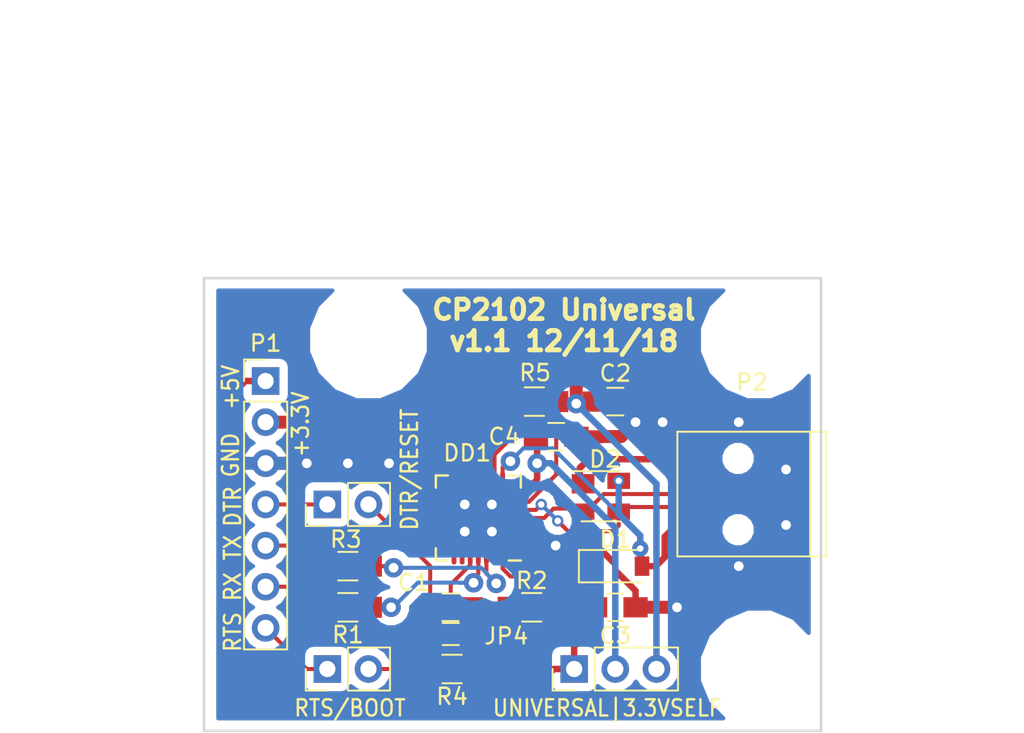
<source format=kicad_pcb>
(kicad_pcb (version 20171130) (host pcbnew "(5.0.2)-1")

  (general
    (thickness 1.6)
    (drawings 21)
    (tracks 214)
    (zones 0)
    (modules 21)
    (nets 38)
  )

  (page A4)
  (layers
    (0 F.Cu signal)
    (31 B.Cu signal)
    (32 B.Adhes user)
    (33 F.Adhes user)
    (34 B.Paste user)
    (35 F.Paste user)
    (36 B.SilkS user)
    (37 F.SilkS user)
    (38 B.Mask user)
    (39 F.Mask user)
    (40 Dwgs.User user)
    (41 Cmts.User user)
    (42 Eco1.User user)
    (43 Eco2.User user)
    (44 Edge.Cuts user)
    (45 Margin user)
    (46 B.CrtYd user)
    (47 F.CrtYd user)
    (48 B.Fab user hide)
    (49 F.Fab user hide)
  )

  (setup
    (last_trace_width 0.25)
    (user_trace_width 0.25)
    (user_trace_width 0.4)
    (user_trace_width 0.8)
    (trace_clearance 0.15)
    (zone_clearance 0.508)
    (zone_45_only no)
    (trace_min 0.2)
    (segment_width 0.2)
    (edge_width 0.15)
    (via_size 0.6)
    (via_drill 0.4)
    (via_min_size 0.4)
    (via_min_drill 0.3)
    (user_via 1.2 0.6)
    (uvia_size 0.3)
    (uvia_drill 0.1)
    (uvias_allowed no)
    (uvia_min_size 0.2)
    (uvia_min_drill 0.1)
    (pcb_text_width 0.3)
    (pcb_text_size 1.5 1.5)
    (mod_edge_width 0.15)
    (mod_text_size 1 1)
    (mod_text_width 0.15)
    (pad_size 1.7 1.7)
    (pad_drill 1)
    (pad_to_mask_clearance 0.2)
    (solder_mask_min_width 0.25)
    (aux_axis_origin 139.7 124.46)
    (grid_origin 142.24 121.92)
    (visible_elements 7FFFFFFF)
    (pcbplotparams
      (layerselection 0x010f0_80000001)
      (usegerberextensions false)
      (usegerberattributes false)
      (usegerberadvancedattributes false)
      (creategerberjobfile false)
      (excludeedgelayer true)
      (linewidth 0.100000)
      (plotframeref false)
      (viasonmask false)
      (mode 1)
      (useauxorigin false)
      (hpglpennumber 1)
      (hpglpenspeed 20)
      (hpglpendiameter 15.000000)
      (psnegative false)
      (psa4output false)
      (plotreference true)
      (plotvalue true)
      (plotinvisibletext false)
      (padsonsilk false)
      (subtractmaskfromsilk false)
      (outputformat 1)
      (mirror false)
      (drillshape 0)
      (scaleselection 1)
      (outputdirectory "GERBERS_OUT/"))
  )

  (net 0 "")
  (net 1 "Net-(C1-Pad1)")
  (net 2 "Net-(C1-Pad2)")
  (net 3 Vdd+3.3V)
  (net 4 GND)
  (net 5 Vdd+4.6V)
  (net 6 Vbus)
  (net 7 "Net-(DD1-Pad1)")
  (net 8 "Net-(DD1-Pad2)")
  (net 9 "Net-(DD1-Pad9)")
  (net 10 "Net-(DD1-Pad10)")
  (net 11 "Net-(DD1-Pad11)")
  (net 12 "Net-(DD1-Pad12)")
  (net 13 "Net-(DD1-Pad13)")
  (net 14 "Net-(DD1-Pad14)")
  (net 15 "Net-(DD1-Pad15)")
  (net 16 "Net-(DD1-Pad16)")
  (net 17 "Net-(DD1-Pad17)")
  (net 18 "Net-(DD1-Pad18)")
  (net 19 "Net-(DD1-Pad19)")
  (net 20 "Net-(DD1-Pad20)")
  (net 21 "Net-(DD1-Pad21)")
  (net 22 "Net-(DD1-Pad22)")
  (net 23 "Net-(DD1-Pad23)")
  (net 24 "Net-(DD1-Pad24)")
  (net 25 "Net-(DD1-Pad25)")
  (net 26 "Net-(DD1-Pad26)")
  (net 27 "Net-(DD1-Pad27)")
  (net 28 "Net-(DD1-Pad28)")
  (net 29 DTR)
  (net 30 RTS)
  (net 31 "Net-(JP2-Pad2)")
  (net 32 TX<-)
  (net 33 RX>-)
  (net 34 "Net-(P2-Pad4)")
  (net 35 "Net-(C4-Pad1)")
  (net 36 D+)
  (net 37 D-)

  (net_class Default "This is the default net class."
    (clearance 0.15)
    (trace_width 0.25)
    (via_dia 0.6)
    (via_drill 0.4)
    (uvia_dia 0.3)
    (uvia_drill 0.1)
    (add_net D+)
    (add_net D-)
    (add_net DTR)
    (add_net GND)
    (add_net "Net-(C1-Pad1)")
    (add_net "Net-(C1-Pad2)")
    (add_net "Net-(C4-Pad1)")
    (add_net "Net-(DD1-Pad1)")
    (add_net "Net-(DD1-Pad10)")
    (add_net "Net-(DD1-Pad11)")
    (add_net "Net-(DD1-Pad12)")
    (add_net "Net-(DD1-Pad13)")
    (add_net "Net-(DD1-Pad14)")
    (add_net "Net-(DD1-Pad15)")
    (add_net "Net-(DD1-Pad16)")
    (add_net "Net-(DD1-Pad17)")
    (add_net "Net-(DD1-Pad18)")
    (add_net "Net-(DD1-Pad19)")
    (add_net "Net-(DD1-Pad2)")
    (add_net "Net-(DD1-Pad20)")
    (add_net "Net-(DD1-Pad21)")
    (add_net "Net-(DD1-Pad22)")
    (add_net "Net-(DD1-Pad23)")
    (add_net "Net-(DD1-Pad24)")
    (add_net "Net-(DD1-Pad25)")
    (add_net "Net-(DD1-Pad26)")
    (add_net "Net-(DD1-Pad27)")
    (add_net "Net-(DD1-Pad28)")
    (add_net "Net-(DD1-Pad9)")
    (add_net "Net-(JP2-Pad2)")
    (add_net "Net-(P2-Pad4)")
    (add_net RTS)
    (add_net RX>-)
    (add_net TX<-)
    (add_net Vbus)
    (add_net Vdd+3.3V)
    (add_net Vdd+4.6V)
  )

  (module Connect:USB_Mini-B placed (layer F.Cu) (tedit 5543E571) (tstamp 5BE8633D)
    (at 175.42 107.31 180)
    (descr "USB Mini-B 5-pin SMD connector")
    (tags "USB USB_B USB_Mini connector")
    (path /5BE77B2D)
    (attr smd)
    (fp_text reference P2 (at -0.65 6.9 180) (layer F.SilkS)
      (effects (font (size 1 1) (thickness 0.15)))
    )
    (fp_text value USB_OTG (at -0.65 -7.1 180) (layer F.Fab)
      (effects (font (size 1 1) (thickness 0.15)))
    )
    (fp_line (start -5.5 -5.7) (end 4.2 -5.7) (layer F.CrtYd) (width 0.05))
    (fp_line (start 4.2 -5.7) (end 4.2 5.7) (layer F.CrtYd) (width 0.05))
    (fp_line (start 4.2 5.7) (end -5.5 5.7) (layer F.CrtYd) (width 0.05))
    (fp_line (start -5.5 5.7) (end -5.5 -5.7) (layer F.CrtYd) (width 0.05))
    (fp_line (start -4.25 -3.85) (end -4.25 3.85) (layer F.SilkS) (width 0.12))
    (fp_line (start -5.25 -3.85) (end -5.25 3.85) (layer F.SilkS) (width 0.12))
    (fp_line (start -5.25 3.85) (end 3.95 3.85) (layer F.SilkS) (width 0.12))
    (fp_line (start 3.95 3.85) (end 3.95 -3.85) (layer F.SilkS) (width 0.12))
    (fp_line (start 3.95 -3.85) (end -5.25 -3.85) (layer F.SilkS) (width 0.12))
    (pad 1 smd rect (at 2.8 -1.6 180) (size 2.3 0.5) (layers F.Cu F.Paste F.Mask)
      (net 6 Vbus))
    (pad 2 smd rect (at 2.8 -0.8 180) (size 2.3 0.5) (layers F.Cu F.Paste F.Mask)
      (net 37 D-))
    (pad 3 smd rect (at 2.8 0 180) (size 2.3 0.5) (layers F.Cu F.Paste F.Mask)
      (net 36 D+))
    (pad 4 smd rect (at 2.8 0.8 180) (size 2.3 0.5) (layers F.Cu F.Paste F.Mask)
      (net 34 "Net-(P2-Pad4)"))
    (pad 5 smd rect (at 2.8 1.6 180) (size 2.3 0.5) (layers F.Cu F.Paste F.Mask)
      (net 4 GND))
    (pad 6 smd rect (at 2.7 -4.45 180) (size 2.5 2) (layers F.Cu F.Paste F.Mask)
      (net 4 GND))
    (pad 6 smd rect (at -2.8 -4.45 180) (size 2.5 2) (layers F.Cu F.Paste F.Mask)
      (net 4 GND))
    (pad 6 smd rect (at 2.7 4.45 180) (size 2.5 2) (layers F.Cu F.Paste F.Mask)
      (net 4 GND))
    (pad 6 smd rect (at -2.8 4.45 180) (size 2.5 2) (layers F.Cu F.Paste F.Mask)
      (net 4 GND))
    (pad "" np_thru_hole circle (at 0.2 -2.2 180) (size 0.9 0.9) (drill 0.9) (layers *.Cu *.Mask))
    (pad "" np_thru_hole circle (at 0.2 2.2 180) (size 0.9 0.9) (drill 0.9) (layers *.Cu *.Mask))
    (model Connector_USB.3dshapes/USB_Mini-B_Lumberg_2486_01_Horizontal.wrl
      (at (xyz 0 0 0))
      (scale (xyz 1 1 1))
      (rotate (xyz 0 0 90))
    )
  )

  (module Housings_DFN_QFN:QFN-28-1EP_5x5mm_Pitch0.5mm placed (layer F.Cu) (tedit 54130A77) (tstamp 5BE862C7)
    (at 159.1825 108.7875 180)
    (descr "28-Lead Plastic Quad Flat, No Lead Package (MQ) - 5x5x0.9 mm Body [QFN or VQFN]; (see Microchip Packaging Specification 00000049BS.pdf)")
    (tags "QFN 0.5")
    (path /5BE77AC4)
    (attr smd)
    (fp_text reference DD1 (at 0.6865 4.0125 180) (layer F.SilkS)
      (effects (font (size 1 1) (thickness 0.15)))
    )
    (fp_text value CP2102 (at 0 3.875 180) (layer F.Fab)
      (effects (font (size 1 1) (thickness 0.15)))
    )
    (fp_line (start -1.5 -2.5) (end 2.5 -2.5) (layer F.Fab) (width 0.15))
    (fp_line (start 2.5 -2.5) (end 2.5 2.5) (layer F.Fab) (width 0.15))
    (fp_line (start 2.5 2.5) (end -2.5 2.5) (layer F.Fab) (width 0.15))
    (fp_line (start -2.5 2.5) (end -2.5 -1.5) (layer F.Fab) (width 0.15))
    (fp_line (start -2.5 -1.5) (end -1.5 -2.5) (layer F.Fab) (width 0.15))
    (fp_line (start -3.15 -3.15) (end -3.15 3.15) (layer F.CrtYd) (width 0.05))
    (fp_line (start 3.15 -3.15) (end 3.15 3.15) (layer F.CrtYd) (width 0.05))
    (fp_line (start -3.15 -3.15) (end 3.15 -3.15) (layer F.CrtYd) (width 0.05))
    (fp_line (start -3.15 3.15) (end 3.15 3.15) (layer F.CrtYd) (width 0.05))
    (fp_line (start 2.625 -2.625) (end 2.625 -1.875) (layer F.SilkS) (width 0.15))
    (fp_line (start -2.625 2.625) (end -2.625 1.875) (layer F.SilkS) (width 0.15))
    (fp_line (start 2.625 2.625) (end 2.625 1.875) (layer F.SilkS) (width 0.15))
    (fp_line (start -2.625 -2.625) (end -1.875 -2.625) (layer F.SilkS) (width 0.15))
    (fp_line (start -2.625 2.625) (end -1.875 2.625) (layer F.SilkS) (width 0.15))
    (fp_line (start 2.625 2.625) (end 1.875 2.625) (layer F.SilkS) (width 0.15))
    (fp_line (start 2.625 -2.625) (end 1.875 -2.625) (layer F.SilkS) (width 0.15))
    (pad 1 smd oval (at -2.45 -1.5 180) (size 0.85 0.3) (layers F.Cu F.Paste F.Mask)
      (net 7 "Net-(DD1-Pad1)"))
    (pad 2 smd oval (at -2.45 -1 180) (size 0.85 0.3) (layers F.Cu F.Paste F.Mask)
      (net 8 "Net-(DD1-Pad2)"))
    (pad 3 smd oval (at -2.45 -0.5 180) (size 0.85 0.3) (layers F.Cu F.Paste F.Mask)
      (net 4 GND))
    (pad 4 smd oval (at -2.45 0 180) (size 0.85 0.3) (layers F.Cu F.Paste F.Mask)
      (net 36 D+))
    (pad 5 smd oval (at -2.45 0.5 180) (size 0.85 0.3) (layers F.Cu F.Paste F.Mask)
      (net 37 D-))
    (pad 6 smd oval (at -2.45 1 180) (size 0.85 0.3) (layers F.Cu F.Paste F.Mask)
      (net 3 Vdd+3.3V))
    (pad 7 smd oval (at -2.45 1.5 180) (size 0.85 0.3) (layers F.Cu F.Paste F.Mask)
      (net 35 "Net-(C4-Pad1)"))
    (pad 8 smd oval (at -1.5 2.45 270) (size 0.85 0.3) (layers F.Cu F.Paste F.Mask)
      (net 6 Vbus))
    (pad 9 smd oval (at -1 2.45 270) (size 0.85 0.3) (layers F.Cu F.Paste F.Mask)
      (net 9 "Net-(DD1-Pad9)"))
    (pad 10 smd oval (at -0.5 2.45 270) (size 0.85 0.3) (layers F.Cu F.Paste F.Mask)
      (net 10 "Net-(DD1-Pad10)"))
    (pad 11 smd oval (at 0 2.45 270) (size 0.85 0.3) (layers F.Cu F.Paste F.Mask)
      (net 11 "Net-(DD1-Pad11)"))
    (pad 12 smd oval (at 0.5 2.45 270) (size 0.85 0.3) (layers F.Cu F.Paste F.Mask)
      (net 12 "Net-(DD1-Pad12)"))
    (pad 13 smd oval (at 1 2.45 270) (size 0.85 0.3) (layers F.Cu F.Paste F.Mask)
      (net 13 "Net-(DD1-Pad13)"))
    (pad 14 smd oval (at 1.5 2.45 270) (size 0.85 0.3) (layers F.Cu F.Paste F.Mask)
      (net 14 "Net-(DD1-Pad14)"))
    (pad 15 smd oval (at 2.45 1.5 180) (size 0.85 0.3) (layers F.Cu F.Paste F.Mask)
      (net 15 "Net-(DD1-Pad15)"))
    (pad 16 smd oval (at 2.45 1 180) (size 0.85 0.3) (layers F.Cu F.Paste F.Mask)
      (net 16 "Net-(DD1-Pad16)"))
    (pad 17 smd oval (at 2.45 0.5 180) (size 0.85 0.3) (layers F.Cu F.Paste F.Mask)
      (net 17 "Net-(DD1-Pad17)"))
    (pad 18 smd oval (at 2.45 0 180) (size 0.85 0.3) (layers F.Cu F.Paste F.Mask)
      (net 18 "Net-(DD1-Pad18)"))
    (pad 19 smd oval (at 2.45 -0.5 180) (size 0.85 0.3) (layers F.Cu F.Paste F.Mask)
      (net 19 "Net-(DD1-Pad19)"))
    (pad 20 smd oval (at 2.45 -1 180) (size 0.85 0.3) (layers F.Cu F.Paste F.Mask)
      (net 20 "Net-(DD1-Pad20)"))
    (pad 21 smd oval (at 2.45 -1.5 180) (size 0.85 0.3) (layers F.Cu F.Paste F.Mask)
      (net 21 "Net-(DD1-Pad21)"))
    (pad 22 smd oval (at 1.5 -2.45 270) (size 0.85 0.3) (layers F.Cu F.Paste F.Mask)
      (net 22 "Net-(DD1-Pad22)"))
    (pad 23 smd oval (at 1 -2.45 270) (size 0.85 0.3) (layers F.Cu F.Paste F.Mask)
      (net 23 "Net-(DD1-Pad23)"))
    (pad 24 smd oval (at 0.5 -2.45 270) (size 0.85 0.3) (layers F.Cu F.Paste F.Mask)
      (net 24 "Net-(DD1-Pad24)"))
    (pad 25 smd oval (at 0 -2.45 270) (size 0.85 0.3) (layers F.Cu F.Paste F.Mask)
      (net 25 "Net-(DD1-Pad25)"))
    (pad 26 smd oval (at -0.5 -2.45 270) (size 0.85 0.3) (layers F.Cu F.Paste F.Mask)
      (net 26 "Net-(DD1-Pad26)"))
    (pad 27 smd oval (at -1 -2.45 270) (size 0.85 0.3) (layers F.Cu F.Paste F.Mask)
      (net 27 "Net-(DD1-Pad27)"))
    (pad 28 smd oval (at -1.5 -2.45 270) (size 0.85 0.3) (layers F.Cu F.Paste F.Mask)
      (net 28 "Net-(DD1-Pad28)"))
    (pad 29 smd rect (at 0.8375 0.8375 180) (size 1.675 1.675) (layers F.Cu F.Paste F.Mask)
      (net 4 GND) (solder_paste_margin_ratio -0.2))
    (pad 29 smd rect (at 0.8375 -0.8375 180) (size 1.675 1.675) (layers F.Cu F.Paste F.Mask)
      (net 4 GND) (solder_paste_margin_ratio -0.2))
    (pad 29 smd rect (at -0.8375 0.8375 180) (size 1.675 1.675) (layers F.Cu F.Paste F.Mask)
      (net 4 GND) (solder_paste_margin_ratio -0.2))
    (pad 29 smd rect (at -0.8375 -0.8375 180) (size 1.675 1.675) (layers F.Cu F.Paste F.Mask)
      (net 4 GND) (solder_paste_margin_ratio -0.2))
    (model ${KISYS3DMOD}/Housings_DFN_QFN.3dshapes/QFN-28-1EP_5x5mm_Pitch0.5mm.wrl
      (at (xyz 0 0 0))
      (scale (xyz 1 1 1))
      (rotate (xyz 0 0 0))
    )
    (model ${KISYS3DMOD}/Package_DFN_QFN.3dshapes/QFN-28-1EP_5x5mm_P0.5mm_EP3.35x3.35mm.wrl
      (at (xyz 0 0 0))
      (scale (xyz 1 1 1))
      (rotate (xyz 0 0 0))
    )
  )

  (module Mounting_Holes:MountingHole_3.2mm_M3 (layer F.Cu) (tedit 5BE878CF) (tstamp 5BE87978)
    (at 152.4 97.79)
    (descr "Mounting Hole 3.2mm, no annular, M3")
    (tags "mounting hole 3.2mm no annular m3")
    (clearance 2)
    (zone_connect 0)
    (attr virtual)
    (fp_text reference REF** (at 0 -4.2) (layer F.SilkS) hide
      (effects (font (size 1 1) (thickness 0.15)))
    )
    (fp_text value MountingHole_3.2mm_M3 (at 0 4.2) (layer F.Fab)
      (effects (font (size 1 1) (thickness 0.15)))
    )
    (fp_text user %R (at 0.3 0) (layer F.Fab)
      (effects (font (size 1 1) (thickness 0.15)))
    )
    (fp_circle (center 0 0) (end 3.2 0) (layer Cmts.User) (width 0.15))
    (fp_circle (center 0 0) (end 3.45 0) (layer F.CrtYd) (width 0.05))
    (pad 1 np_thru_hole circle (at 0 0) (size 3.2 3.2) (drill 3.2) (layers *.Cu *.Mask)
      (zone_connect 0))
  )

  (module Mounting_Holes:MountingHole_3.2mm_M3 (layer F.Cu) (tedit 5BE878D6) (tstamp 5BE87733)
    (at 176.53 118.11)
    (descr "Mounting Hole 3.2mm, no annular, M3")
    (tags "mounting hole 3.2mm no annular m3")
    (clearance 2)
    (zone_connect 0)
    (attr virtual)
    (fp_text reference REF** (at 0 -4.2) (layer F.SilkS) hide
      (effects (font (size 1 1) (thickness 0.15)))
    )
    (fp_text value MountingHole_3.2mm_M3 (at 0 4.2) (layer F.Fab)
      (effects (font (size 1 1) (thickness 0.15)))
    )
    (fp_text user %R (at 0.3 0) (layer F.Fab)
      (effects (font (size 1 1) (thickness 0.15)))
    )
    (fp_circle (center 0 0) (end 3.2 0) (layer Cmts.User) (width 0.15))
    (fp_circle (center 0 0) (end 3.45 0) (layer F.CrtYd) (width 0.05))
    (pad 1 np_thru_hole circle (at 0 0) (size 3.2 3.2) (drill 3.2) (layers *.Cu *.Mask)
      (zone_connect 0))
  )

  (module Capacitors_SMD:C_0805_HandSoldering placed (layer F.Cu) (tedit 58AA84A8) (tstamp 5BE86258)
    (at 157.46 114.3 180)
    (descr "Capacitor SMD 0805, hand soldering")
    (tags "capacitor 0805")
    (path /5BE86A0B)
    (attr smd)
    (fp_text reference C1 (at 2.266 1.524 180) (layer F.SilkS)
      (effects (font (size 1 1) (thickness 0.15)))
    )
    (fp_text value 0.1uF (at 0 1.75 180) (layer F.Fab)
      (effects (font (size 1 1) (thickness 0.15)))
    )
    (fp_text user %R (at 0 -1.75 180) (layer F.Fab)
      (effects (font (size 1 1) (thickness 0.15)))
    )
    (fp_line (start -1 0.62) (end -1 -0.62) (layer F.Fab) (width 0.1))
    (fp_line (start 1 0.62) (end -1 0.62) (layer F.Fab) (width 0.1))
    (fp_line (start 1 -0.62) (end 1 0.62) (layer F.Fab) (width 0.1))
    (fp_line (start -1 -0.62) (end 1 -0.62) (layer F.Fab) (width 0.1))
    (fp_line (start 0.5 -0.85) (end -0.5 -0.85) (layer F.SilkS) (width 0.12))
    (fp_line (start -0.5 0.85) (end 0.5 0.85) (layer F.SilkS) (width 0.12))
    (fp_line (start -2.25 -0.88) (end 2.25 -0.88) (layer F.CrtYd) (width 0.05))
    (fp_line (start -2.25 -0.88) (end -2.25 0.87) (layer F.CrtYd) (width 0.05))
    (fp_line (start 2.25 0.87) (end 2.25 -0.88) (layer F.CrtYd) (width 0.05))
    (fp_line (start 2.25 0.87) (end -2.25 0.87) (layer F.CrtYd) (width 0.05))
    (pad 1 smd rect (at -1.25 0 180) (size 1.5 1.25) (layers F.Cu F.Paste F.Mask)
      (net 1 "Net-(C1-Pad1)"))
    (pad 2 smd rect (at 1.25 0 180) (size 1.5 1.25) (layers F.Cu F.Paste F.Mask)
      (net 2 "Net-(C1-Pad2)"))
    (model ${KISYS3DMOD}/Capacitor_SMD.3dshapes/C_0805_2012Metric.wrl
      (at (xyz 0 0 0))
      (scale (xyz 1 1 1))
      (rotate (xyz 0 0 0))
    )
  )

  (module Capacitors_SMD:C_0805_HandSoldering placed (layer F.Cu) (tedit 58AA84A8) (tstamp 5BE86269)
    (at 167.64 101.6)
    (descr "Capacitor SMD 0805, hand soldering")
    (tags "capacitor 0805")
    (path /5BE8570E)
    (attr smd)
    (fp_text reference C2 (at 0 -1.75) (layer F.SilkS)
      (effects (font (size 1 1) (thickness 0.15)))
    )
    (fp_text value 4.7uF (at 0 1.75) (layer F.Fab)
      (effects (font (size 1 1) (thickness 0.15)))
    )
    (fp_text user %R (at 0 -1.75) (layer F.Fab)
      (effects (font (size 1 1) (thickness 0.15)))
    )
    (fp_line (start -1 0.62) (end -1 -0.62) (layer F.Fab) (width 0.1))
    (fp_line (start 1 0.62) (end -1 0.62) (layer F.Fab) (width 0.1))
    (fp_line (start 1 -0.62) (end 1 0.62) (layer F.Fab) (width 0.1))
    (fp_line (start -1 -0.62) (end 1 -0.62) (layer F.Fab) (width 0.1))
    (fp_line (start 0.5 -0.85) (end -0.5 -0.85) (layer F.SilkS) (width 0.12))
    (fp_line (start -0.5 0.85) (end 0.5 0.85) (layer F.SilkS) (width 0.12))
    (fp_line (start -2.25 -0.88) (end 2.25 -0.88) (layer F.CrtYd) (width 0.05))
    (fp_line (start -2.25 -0.88) (end -2.25 0.87) (layer F.CrtYd) (width 0.05))
    (fp_line (start 2.25 0.87) (end 2.25 -0.88) (layer F.CrtYd) (width 0.05))
    (fp_line (start 2.25 0.87) (end -2.25 0.87) (layer F.CrtYd) (width 0.05))
    (pad 1 smd rect (at -1.25 0) (size 1.5 1.25) (layers F.Cu F.Paste F.Mask)
      (net 3 Vdd+3.3V))
    (pad 2 smd rect (at 1.25 0) (size 1.5 1.25) (layers F.Cu F.Paste F.Mask)
      (net 4 GND))
    (model ${KISYS3DMOD}/Capacitor_SMD.3dshapes/C_0805_2012Metric.wrl
      (at (xyz 0 0 0))
      (scale (xyz 1 1 1))
      (rotate (xyz 0 0 0))
    )
  )

  (module Capacitors_SMD:C_0805_HandSoldering placed (layer F.Cu) (tedit 58AA84A8) (tstamp 5BE8627A)
    (at 167.64 114.3 180)
    (descr "Capacitor SMD 0805, hand soldering")
    (tags "capacitor 0805")
    (path /5BE85045)
    (attr smd)
    (fp_text reference C3 (at 0 -1.75 180) (layer F.SilkS)
      (effects (font (size 1 1) (thickness 0.15)))
    )
    (fp_text value 4.7uF (at 0 1.75 180) (layer F.Fab)
      (effects (font (size 1 1) (thickness 0.15)))
    )
    (fp_text user %R (at 0 -1.75 180) (layer F.Fab)
      (effects (font (size 1 1) (thickness 0.15)))
    )
    (fp_line (start -1 0.62) (end -1 -0.62) (layer F.Fab) (width 0.1))
    (fp_line (start 1 0.62) (end -1 0.62) (layer F.Fab) (width 0.1))
    (fp_line (start 1 -0.62) (end 1 0.62) (layer F.Fab) (width 0.1))
    (fp_line (start -1 -0.62) (end 1 -0.62) (layer F.Fab) (width 0.1))
    (fp_line (start 0.5 -0.85) (end -0.5 -0.85) (layer F.SilkS) (width 0.12))
    (fp_line (start -0.5 0.85) (end 0.5 0.85) (layer F.SilkS) (width 0.12))
    (fp_line (start -2.25 -0.88) (end 2.25 -0.88) (layer F.CrtYd) (width 0.05))
    (fp_line (start -2.25 -0.88) (end -2.25 0.87) (layer F.CrtYd) (width 0.05))
    (fp_line (start 2.25 0.87) (end 2.25 -0.88) (layer F.CrtYd) (width 0.05))
    (fp_line (start 2.25 0.87) (end -2.25 0.87) (layer F.CrtYd) (width 0.05))
    (pad 1 smd rect (at -1.25 0 180) (size 1.5 1.25) (layers F.Cu F.Paste F.Mask)
      (net 4 GND))
    (pad 2 smd rect (at 1.25 0 180) (size 1.5 1.25) (layers F.Cu F.Paste F.Mask)
      (net 5 Vdd+4.6V))
    (model ${KISYS3DMOD}/Capacitor_SMD.3dshapes/C_0805_2012Metric.wrl
      (at (xyz 0 0 0))
      (scale (xyz 1 1 1))
      (rotate (xyz 0 0 0))
    )
  )

  (module Diodes_SMD:D_SOD-123 placed (layer F.Cu) (tedit 58645DC7) (tstamp 5BE86293)
    (at 167.64 111.76)
    (descr SOD-123)
    (tags SOD-123)
    (path /5BE84E08)
    (attr smd)
    (fp_text reference D1 (at 0 -1.651 180) (layer F.SilkS)
      (effects (font (size 1 1) (thickness 0.15)))
    )
    (fp_text value MBR0520/SS14 (at 0 2.1) (layer F.Fab)
      (effects (font (size 1 1) (thickness 0.15)))
    )
    (fp_text user %R (at 0 -2) (layer F.Fab)
      (effects (font (size 1 1) (thickness 0.15)))
    )
    (fp_line (start -2.25 -1) (end -2.25 1) (layer F.SilkS) (width 0.12))
    (fp_line (start 0.25 0) (end 0.75 0) (layer F.Fab) (width 0.1))
    (fp_line (start 0.25 0.4) (end -0.35 0) (layer F.Fab) (width 0.1))
    (fp_line (start 0.25 -0.4) (end 0.25 0.4) (layer F.Fab) (width 0.1))
    (fp_line (start -0.35 0) (end 0.25 -0.4) (layer F.Fab) (width 0.1))
    (fp_line (start -0.35 0) (end -0.35 0.55) (layer F.Fab) (width 0.1))
    (fp_line (start -0.35 0) (end -0.35 -0.55) (layer F.Fab) (width 0.1))
    (fp_line (start -0.75 0) (end -0.35 0) (layer F.Fab) (width 0.1))
    (fp_line (start -1.4 0.9) (end -1.4 -0.9) (layer F.Fab) (width 0.1))
    (fp_line (start 1.4 0.9) (end -1.4 0.9) (layer F.Fab) (width 0.1))
    (fp_line (start 1.4 -0.9) (end 1.4 0.9) (layer F.Fab) (width 0.1))
    (fp_line (start -1.4 -0.9) (end 1.4 -0.9) (layer F.Fab) (width 0.1))
    (fp_line (start -2.35 -1.15) (end 2.35 -1.15) (layer F.CrtYd) (width 0.05))
    (fp_line (start 2.35 -1.15) (end 2.35 1.15) (layer F.CrtYd) (width 0.05))
    (fp_line (start 2.35 1.15) (end -2.35 1.15) (layer F.CrtYd) (width 0.05))
    (fp_line (start -2.35 -1.15) (end -2.35 1.15) (layer F.CrtYd) (width 0.05))
    (fp_line (start -2.25 1) (end 1.65 1) (layer F.SilkS) (width 0.12))
    (fp_line (start -2.25 -1) (end 1.65 -1) (layer F.SilkS) (width 0.12))
    (pad 1 smd rect (at -1.65 0) (size 0.9 1.2) (layers F.Cu F.Paste F.Mask)
      (net 5 Vdd+4.6V))
    (pad 2 smd rect (at 1.65 0) (size 0.9 1.2) (layers F.Cu F.Paste F.Mask)
      (net 6 Vbus))
    (model ${KISYS3DMOD}/Diodes_SMD.3dshapes/D_SOD-123.wrl
      (at (xyz 0 0 0))
      (scale (xyz 1 1 1))
      (rotate (xyz 0 0 0))
    )
    (model ${KISYS3DMOD}/Diode_SMD.3dshapes/D_SOD-123.wrl
      (at (xyz 0 0 0))
      (scale (xyz 1 1 1))
      (rotate (xyz 0 0 0))
    )
  )

  (module Pin_Headers:Pin_Header_Straight_1x02_Pitch2.54mm placed (layer F.Cu) (tedit 5BEA68BA) (tstamp 5BE862DD)
    (at 149.86 107.95 90)
    (descr "Through hole straight pin header, 1x02, 2.54mm pitch, single row")
    (tags "Through hole pin header THT 1x02 2.54mm single row")
    (path /5BE8813E)
    (fp_text reference JP1 (at 2.032 1.143 180) (layer F.SilkS) hide
      (effects (font (size 1 1) (thickness 0.15)))
    )
    (fp_text value RST_JMP (at 0 4.87 90) (layer F.Fab)
      (effects (font (size 1 1) (thickness 0.15)))
    )
    (fp_line (start -0.635 -1.27) (end 1.27 -1.27) (layer F.Fab) (width 0.1))
    (fp_line (start 1.27 -1.27) (end 1.27 3.81) (layer F.Fab) (width 0.1))
    (fp_line (start 1.27 3.81) (end -1.27 3.81) (layer F.Fab) (width 0.1))
    (fp_line (start -1.27 3.81) (end -1.27 -0.635) (layer F.Fab) (width 0.1))
    (fp_line (start -1.27 -0.635) (end -0.635 -1.27) (layer F.Fab) (width 0.1))
    (fp_line (start -1.33 3.87) (end 1.33 3.87) (layer F.SilkS) (width 0.12))
    (fp_line (start -1.33 1.27) (end -1.33 3.87) (layer F.SilkS) (width 0.12))
    (fp_line (start 1.33 1.27) (end 1.33 3.87) (layer F.SilkS) (width 0.12))
    (fp_line (start -1.33 1.27) (end 1.33 1.27) (layer F.SilkS) (width 0.12))
    (fp_line (start -1.33 0) (end -1.33 -1.33) (layer F.SilkS) (width 0.12))
    (fp_line (start -1.33 -1.33) (end 0 -1.33) (layer F.SilkS) (width 0.12))
    (fp_line (start -1.8 -1.8) (end -1.8 4.35) (layer F.CrtYd) (width 0.05))
    (fp_line (start -1.8 4.35) (end 1.8 4.35) (layer F.CrtYd) (width 0.05))
    (fp_line (start 1.8 4.35) (end 1.8 -1.8) (layer F.CrtYd) (width 0.05))
    (fp_line (start 1.8 -1.8) (end -1.8 -1.8) (layer F.CrtYd) (width 0.05))
    (fp_text user %R (at 0 1.27 180) (layer F.Fab)
      (effects (font (size 1 1) (thickness 0.15)))
    )
    (pad 1 thru_hole rect (at 0 0 90) (size 1.7 1.7) (drill 1) (layers *.Cu *.Mask)
      (net 29 DTR))
    (pad 2 thru_hole oval (at 0 2.54 90) (size 1.7 1.7) (drill 1) (layers *.Cu *.Mask)
      (net 2 "Net-(C1-Pad2)"))
    (model ${KISYS3DMOD}/Pin_Headers.3dshapes/Pin_Header_Straight_1x02_Pitch2.54mm.wrl
      (at (xyz 0 0 0))
      (scale (xyz 1 1 1))
      (rotate (xyz 0 0 0))
    )
    (model ${KISYS3DMOD}/Connector_PinHeader_2.54mm.3dshapes/PinHeader_1x02_P2.54mm_Vertical.wrl
      (at (xyz 0 0 0))
      (scale (xyz 1 1 1))
      (rotate (xyz 0 0 0))
    )
  )

  (module Pin_Headers:Pin_Header_Straight_1x02_Pitch2.54mm placed (layer F.Cu) (tedit 5BEA68F4) (tstamp 5BE862F3)
    (at 149.86 118.11 90)
    (descr "Through hole straight pin header, 1x02, 2.54mm pitch, single row")
    (tags "Through hole pin header THT 1x02 2.54mm single row")
    (path /5BE8853B)
    (fp_text reference JP2 (at -2.286 1.143 180) (layer F.SilkS) hide
      (effects (font (size 1 1) (thickness 0.15)))
    )
    (fp_text value BOOT_JMP (at 0 4.87 90) (layer F.Fab)
      (effects (font (size 1 1) (thickness 0.15)))
    )
    (fp_line (start -0.635 -1.27) (end 1.27 -1.27) (layer F.Fab) (width 0.1))
    (fp_line (start 1.27 -1.27) (end 1.27 3.81) (layer F.Fab) (width 0.1))
    (fp_line (start 1.27 3.81) (end -1.27 3.81) (layer F.Fab) (width 0.1))
    (fp_line (start -1.27 3.81) (end -1.27 -0.635) (layer F.Fab) (width 0.1))
    (fp_line (start -1.27 -0.635) (end -0.635 -1.27) (layer F.Fab) (width 0.1))
    (fp_line (start -1.33 3.87) (end 1.33 3.87) (layer F.SilkS) (width 0.12))
    (fp_line (start -1.33 1.27) (end -1.33 3.87) (layer F.SilkS) (width 0.12))
    (fp_line (start 1.33 1.27) (end 1.33 3.87) (layer F.SilkS) (width 0.12))
    (fp_line (start -1.33 1.27) (end 1.33 1.27) (layer F.SilkS) (width 0.12))
    (fp_line (start -1.33 0) (end -1.33 -1.33) (layer F.SilkS) (width 0.12))
    (fp_line (start -1.33 -1.33) (end 0 -1.33) (layer F.SilkS) (width 0.12))
    (fp_line (start -1.8 -1.8) (end -1.8 4.35) (layer F.CrtYd) (width 0.05))
    (fp_line (start -1.8 4.35) (end 1.8 4.35) (layer F.CrtYd) (width 0.05))
    (fp_line (start 1.8 4.35) (end 1.8 -1.8) (layer F.CrtYd) (width 0.05))
    (fp_line (start 1.8 -1.8) (end -1.8 -1.8) (layer F.CrtYd) (width 0.05))
    (fp_text user %R (at 0 1.27 180) (layer F.Fab)
      (effects (font (size 1 1) (thickness 0.15)))
    )
    (pad 1 thru_hole rect (at 0 0 90) (size 1.7 1.7) (drill 1) (layers *.Cu *.Mask)
      (net 30 RTS))
    (pad 2 thru_hole oval (at 0 2.54 90) (size 1.7 1.7) (drill 1) (layers *.Cu *.Mask)
      (net 31 "Net-(JP2-Pad2)"))
    (model ${KISYS3DMOD}/Pin_Headers.3dshapes/Pin_Header_Straight_1x02_Pitch2.54mm.wrl
      (at (xyz 0 0 0))
      (scale (xyz 1 1 1))
      (rotate (xyz 0 0 0))
    )
    (model ${KISYS3DMOD}/Connector_PinHeader_2.54mm.3dshapes/PinHeader_1x02_P2.54mm_Vertical.wrl
      (at (xyz 0 0 0))
      (scale (xyz 1 1 1))
      (rotate (xyz 0 0 0))
    )
  )

  (module Pin_Headers:Pin_Header_Straight_1x03_Pitch2.54mm placed (layer F.Cu) (tedit 5BEA698F) (tstamp 5BE8630A)
    (at 165.1 118.11 90)
    (descr "Through hole straight pin header, 1x03, 2.54mm pitch, single row")
    (tags "Through hole pin header THT 1x03 2.54mm single row")
    (path /5BE85813)
    (fp_text reference JP3 (at -2.54 2.54 180) (layer F.SilkS) hide
      (effects (font (size 1 1) (thickness 0.15)))
    )
    (fp_text value MODE_JMP (at 0 7.41 90) (layer F.Fab)
      (effects (font (size 1 1) (thickness 0.15)))
    )
    (fp_line (start -0.635 -1.27) (end 1.27 -1.27) (layer F.Fab) (width 0.1))
    (fp_line (start 1.27 -1.27) (end 1.27 6.35) (layer F.Fab) (width 0.1))
    (fp_line (start 1.27 6.35) (end -1.27 6.35) (layer F.Fab) (width 0.1))
    (fp_line (start -1.27 6.35) (end -1.27 -0.635) (layer F.Fab) (width 0.1))
    (fp_line (start -1.27 -0.635) (end -0.635 -1.27) (layer F.Fab) (width 0.1))
    (fp_line (start -1.33 6.41) (end 1.33 6.41) (layer F.SilkS) (width 0.12))
    (fp_line (start -1.33 1.27) (end -1.33 6.41) (layer F.SilkS) (width 0.12))
    (fp_line (start 1.33 1.27) (end 1.33 6.41) (layer F.SilkS) (width 0.12))
    (fp_line (start -1.33 1.27) (end 1.33 1.27) (layer F.SilkS) (width 0.12))
    (fp_line (start -1.33 0) (end -1.33 -1.33) (layer F.SilkS) (width 0.12))
    (fp_line (start -1.33 -1.33) (end 0 -1.33) (layer F.SilkS) (width 0.12))
    (fp_line (start -1.8 -1.8) (end -1.8 6.85) (layer F.CrtYd) (width 0.05))
    (fp_line (start -1.8 6.85) (end 1.8 6.85) (layer F.CrtYd) (width 0.05))
    (fp_line (start 1.8 6.85) (end 1.8 -1.8) (layer F.CrtYd) (width 0.05))
    (fp_line (start 1.8 -1.8) (end -1.8 -1.8) (layer F.CrtYd) (width 0.05))
    (fp_text user %R (at 0 2.54 180) (layer F.Fab)
      (effects (font (size 1 1) (thickness 0.15)))
    )
    (pad 1 thru_hole rect (at 0 0 90) (size 1.7 1.7) (drill 1) (layers *.Cu *.Mask)
      (net 5 Vdd+4.6V))
    (pad 2 thru_hole oval (at 0 2.54 90) (size 1.7 1.7) (drill 1) (layers *.Cu *.Mask)
      (net 35 "Net-(C4-Pad1)"))
    (pad 3 thru_hole oval (at 0 5.08 90) (size 1.7 1.7) (drill 1) (layers *.Cu *.Mask)
      (net 3 Vdd+3.3V))
    (model ${KISYS3DMOD}/Pin_Headers.3dshapes/Pin_Header_Straight_1x03_Pitch2.54mm.wrl
      (at (xyz 0 0 0))
      (scale (xyz 1 1 1))
      (rotate (xyz 0 0 0))
    )
    (model ${KISYS3DMOD}/Connector_PinHeader_2.54mm.3dshapes/PinHeader_1x03_P2.54mm_Vertical.wrl
      (at (xyz 0 0 0))
      (scale (xyz 1 1 1))
      (rotate (xyz 0 0 0))
    )
  )

  (module Pin_Headers:Pin_Header_Straight_1x07_Pitch2.54mm placed (layer F.Cu) (tedit 59650532) (tstamp 5BE86325)
    (at 146.05 100.33)
    (descr "Through hole straight pin header, 1x07, 2.54mm pitch, single row")
    (tags "Through hole pin header THT 1x07 2.54mm single row")
    (path /5BE85AB7)
    (fp_text reference P1 (at 0 -2.33) (layer F.SilkS)
      (effects (font (size 1 1) (thickness 0.15)))
    )
    (fp_text value CONN_01X07 (at 0 17.57) (layer F.Fab)
      (effects (font (size 1 1) (thickness 0.15)))
    )
    (fp_line (start -0.635 -1.27) (end 1.27 -1.27) (layer F.Fab) (width 0.1))
    (fp_line (start 1.27 -1.27) (end 1.27 16.51) (layer F.Fab) (width 0.1))
    (fp_line (start 1.27 16.51) (end -1.27 16.51) (layer F.Fab) (width 0.1))
    (fp_line (start -1.27 16.51) (end -1.27 -0.635) (layer F.Fab) (width 0.1))
    (fp_line (start -1.27 -0.635) (end -0.635 -1.27) (layer F.Fab) (width 0.1))
    (fp_line (start -1.33 16.57) (end 1.33 16.57) (layer F.SilkS) (width 0.12))
    (fp_line (start -1.33 1.27) (end -1.33 16.57) (layer F.SilkS) (width 0.12))
    (fp_line (start 1.33 1.27) (end 1.33 16.57) (layer F.SilkS) (width 0.12))
    (fp_line (start -1.33 1.27) (end 1.33 1.27) (layer F.SilkS) (width 0.12))
    (fp_line (start -1.33 0) (end -1.33 -1.33) (layer F.SilkS) (width 0.12))
    (fp_line (start -1.33 -1.33) (end 0 -1.33) (layer F.SilkS) (width 0.12))
    (fp_line (start -1.8 -1.8) (end -1.8 17.05) (layer F.CrtYd) (width 0.05))
    (fp_line (start -1.8 17.05) (end 1.8 17.05) (layer F.CrtYd) (width 0.05))
    (fp_line (start 1.8 17.05) (end 1.8 -1.8) (layer F.CrtYd) (width 0.05))
    (fp_line (start 1.8 -1.8) (end -1.8 -1.8) (layer F.CrtYd) (width 0.05))
    (fp_text user %R (at 0 7.62 90) (layer F.Fab)
      (effects (font (size 1 1) (thickness 0.15)))
    )
    (pad 1 thru_hole rect (at 0 0) (size 1.7 1.7) (drill 1) (layers *.Cu *.Mask)
      (net 5 Vdd+4.6V))
    (pad 2 thru_hole oval (at 0 2.54) (size 1.7 1.7) (drill 1) (layers *.Cu *.Mask)
      (net 3 Vdd+3.3V))
    (pad 3 thru_hole oval (at 0 5.08) (size 1.7 1.7) (drill 1) (layers *.Cu *.Mask)
      (net 4 GND))
    (pad 4 thru_hole oval (at 0 7.62) (size 1.7 1.7) (drill 1) (layers *.Cu *.Mask)
      (net 29 DTR))
    (pad 5 thru_hole oval (at 0 10.16) (size 1.7 1.7) (drill 1) (layers *.Cu *.Mask)
      (net 32 TX<-))
    (pad 6 thru_hole oval (at 0 12.7) (size 1.7 1.7) (drill 1) (layers *.Cu *.Mask)
      (net 33 RX>-))
    (pad 7 thru_hole oval (at 0 15.24) (size 1.7 1.7) (drill 1) (layers *.Cu *.Mask)
      (net 30 RTS))
    (model ${KISYS3DMOD}/Connector_PinHeader_2.54mm.3dshapes/PinHeader_1x07_P2.54mm_Vertical.wrl
      (at (xyz 0 0 0))
      (scale (xyz 1 1 1))
      (rotate (xyz 0 0 0))
    )
  )

  (module Resistors_SMD:R_0805_HandSoldering placed (layer F.Cu) (tedit 58E0A804) (tstamp 5BE8634E)
    (at 151.13 114.3 180)
    (descr "Resistor SMD 0805, hand soldering")
    (tags "resistor 0805")
    (path /5BE871F8)
    (attr smd)
    (fp_text reference R1 (at 0 -1.7 180) (layer F.SilkS)
      (effects (font (size 1 1) (thickness 0.15)))
    )
    (fp_text value 1K (at 0 1.75 180) (layer F.Fab)
      (effects (font (size 1 1) (thickness 0.15)))
    )
    (fp_text user %R (at 0 0 180) (layer F.Fab)
      (effects (font (size 0.5 0.5) (thickness 0.075)))
    )
    (fp_line (start -1 0.62) (end -1 -0.62) (layer F.Fab) (width 0.1))
    (fp_line (start 1 0.62) (end -1 0.62) (layer F.Fab) (width 0.1))
    (fp_line (start 1 -0.62) (end 1 0.62) (layer F.Fab) (width 0.1))
    (fp_line (start -1 -0.62) (end 1 -0.62) (layer F.Fab) (width 0.1))
    (fp_line (start 0.6 0.88) (end -0.6 0.88) (layer F.SilkS) (width 0.12))
    (fp_line (start -0.6 -0.88) (end 0.6 -0.88) (layer F.SilkS) (width 0.12))
    (fp_line (start -2.35 -0.9) (end 2.35 -0.9) (layer F.CrtYd) (width 0.05))
    (fp_line (start -2.35 -0.9) (end -2.35 0.9) (layer F.CrtYd) (width 0.05))
    (fp_line (start 2.35 0.9) (end 2.35 -0.9) (layer F.CrtYd) (width 0.05))
    (fp_line (start 2.35 0.9) (end -2.35 0.9) (layer F.CrtYd) (width 0.05))
    (pad 1 smd rect (at -1.35 0 180) (size 1.5 1.3) (layers F.Cu F.Paste F.Mask)
      (net 25 "Net-(DD1-Pad25)"))
    (pad 2 smd rect (at 1.35 0 180) (size 1.5 1.3) (layers F.Cu F.Paste F.Mask)
      (net 33 RX>-))
    (model ${KISYS3DMOD}/Resistor_SMD.3dshapes/R_0805_2012Metric.wrl
      (at (xyz 0 0 0))
      (scale (xyz 1 1 1))
      (rotate (xyz 0 0 0))
    )
  )

  (module Resistors_SMD:R_0805_HandSoldering placed (layer F.Cu) (tedit 58E0A804) (tstamp 5BE8635F)
    (at 162.48 114.3 180)
    (descr "Resistor SMD 0805, hand soldering")
    (tags "resistor 0805")
    (path /5BE86926)
    (attr smd)
    (fp_text reference R2 (at 0 1.651 180) (layer F.SilkS)
      (effects (font (size 1 1) (thickness 0.15)))
    )
    (fp_text value 100R (at 0 1.75 180) (layer F.Fab)
      (effects (font (size 1 1) (thickness 0.15)))
    )
    (fp_text user %R (at 0 0 180) (layer F.Fab)
      (effects (font (size 0.5 0.5) (thickness 0.075)))
    )
    (fp_line (start -1 0.62) (end -1 -0.62) (layer F.Fab) (width 0.1))
    (fp_line (start 1 0.62) (end -1 0.62) (layer F.Fab) (width 0.1))
    (fp_line (start 1 -0.62) (end 1 0.62) (layer F.Fab) (width 0.1))
    (fp_line (start -1 -0.62) (end 1 -0.62) (layer F.Fab) (width 0.1))
    (fp_line (start 0.6 0.88) (end -0.6 0.88) (layer F.SilkS) (width 0.12))
    (fp_line (start -0.6 -0.88) (end 0.6 -0.88) (layer F.SilkS) (width 0.12))
    (fp_line (start -2.35 -0.9) (end 2.35 -0.9) (layer F.CrtYd) (width 0.05))
    (fp_line (start -2.35 -0.9) (end -2.35 0.9) (layer F.CrtYd) (width 0.05))
    (fp_line (start 2.35 0.9) (end 2.35 -0.9) (layer F.CrtYd) (width 0.05))
    (fp_line (start 2.35 0.9) (end -2.35 0.9) (layer F.CrtYd) (width 0.05))
    (pad 1 smd rect (at -1.35 0 180) (size 1.5 1.3) (layers F.Cu F.Paste F.Mask)
      (net 28 "Net-(DD1-Pad28)"))
    (pad 2 smd rect (at 1.35 0 180) (size 1.5 1.3) (layers F.Cu F.Paste F.Mask)
      (net 1 "Net-(C1-Pad1)"))
    (model ${KISYS3DMOD}/Resistors_SMD.3dshapes/R_0805.wrl
      (at (xyz 0 0 0))
      (scale (xyz 1 1 1))
      (rotate (xyz 0 0 0))
    )
    (model ${KISYS3DMOD}/Resistor_SMD.3dshapes/R_0805_2012Metric.wrl
      (at (xyz 0 0 0))
      (scale (xyz 1 1 1))
      (rotate (xyz 0 0 0))
    )
  )

  (module Resistors_SMD:R_0805_HandSoldering placed (layer F.Cu) (tedit 58E0A804) (tstamp 5BE86370)
    (at 151.13 111.76 180)
    (descr "Resistor SMD 0805, hand soldering")
    (tags "resistor 0805")
    (path /5BE871A0)
    (attr smd)
    (fp_text reference R3 (at 0.127 1.651 180) (layer F.SilkS)
      (effects (font (size 1 1) (thickness 0.15)))
    )
    (fp_text value 1K (at 0 1.75 180) (layer F.Fab)
      (effects (font (size 1 1) (thickness 0.15)))
    )
    (fp_text user %R (at 0 0 180) (layer F.Fab)
      (effects (font (size 0.5 0.5) (thickness 0.075)))
    )
    (fp_line (start -1 0.62) (end -1 -0.62) (layer F.Fab) (width 0.1))
    (fp_line (start 1 0.62) (end -1 0.62) (layer F.Fab) (width 0.1))
    (fp_line (start 1 -0.62) (end 1 0.62) (layer F.Fab) (width 0.1))
    (fp_line (start -1 -0.62) (end 1 -0.62) (layer F.Fab) (width 0.1))
    (fp_line (start 0.6 0.88) (end -0.6 0.88) (layer F.SilkS) (width 0.12))
    (fp_line (start -0.6 -0.88) (end 0.6 -0.88) (layer F.SilkS) (width 0.12))
    (fp_line (start -2.35 -0.9) (end 2.35 -0.9) (layer F.CrtYd) (width 0.05))
    (fp_line (start -2.35 -0.9) (end -2.35 0.9) (layer F.CrtYd) (width 0.05))
    (fp_line (start 2.35 0.9) (end 2.35 -0.9) (layer F.CrtYd) (width 0.05))
    (fp_line (start 2.35 0.9) (end -2.35 0.9) (layer F.CrtYd) (width 0.05))
    (pad 1 smd rect (at -1.35 0 180) (size 1.5 1.3) (layers F.Cu F.Paste F.Mask)
      (net 26 "Net-(DD1-Pad26)"))
    (pad 2 smd rect (at 1.35 0 180) (size 1.5 1.3) (layers F.Cu F.Paste F.Mask)
      (net 32 TX<-))
    (model ${KISYS3DMOD}/Resistors_SMD.3dshapes/R_0805.wrl
      (at (xyz 0 0 0))
      (scale (xyz 1 1 1))
      (rotate (xyz 0 0 0))
    )
    (model ${KISYS3DMOD}/Resistor_SMD.3dshapes/R_0805_2012Metric.wrl
      (at (xyz 0 0 0))
      (scale (xyz 1 1 1))
      (rotate (xyz 0 0 0))
    )
  )

  (module Resistors_SMD:R_0805_HandSoldering placed (layer F.Cu) (tedit 58E0A804) (tstamp 5BE86381)
    (at 157.56 118.11 180)
    (descr "Resistor SMD 0805, hand soldering")
    (tags "resistor 0805")
    (path /5BE86D38)
    (attr smd)
    (fp_text reference R4 (at 0 -1.7 180) (layer F.SilkS)
      (effects (font (size 1 1) (thickness 0.15)))
    )
    (fp_text value 100R (at 0 1.75 180) (layer F.Fab)
      (effects (font (size 1 1) (thickness 0.15)))
    )
    (fp_text user %R (at 0 0 180) (layer F.Fab)
      (effects (font (size 0.5 0.5) (thickness 0.075)))
    )
    (fp_line (start -1 0.62) (end -1 -0.62) (layer F.Fab) (width 0.1))
    (fp_line (start 1 0.62) (end -1 0.62) (layer F.Fab) (width 0.1))
    (fp_line (start 1 -0.62) (end 1 0.62) (layer F.Fab) (width 0.1))
    (fp_line (start -1 -0.62) (end 1 -0.62) (layer F.Fab) (width 0.1))
    (fp_line (start 0.6 0.88) (end -0.6 0.88) (layer F.SilkS) (width 0.12))
    (fp_line (start -0.6 -0.88) (end 0.6 -0.88) (layer F.SilkS) (width 0.12))
    (fp_line (start -2.35 -0.9) (end 2.35 -0.9) (layer F.CrtYd) (width 0.05))
    (fp_line (start -2.35 -0.9) (end -2.35 0.9) (layer F.CrtYd) (width 0.05))
    (fp_line (start 2.35 0.9) (end 2.35 -0.9) (layer F.CrtYd) (width 0.05))
    (fp_line (start 2.35 0.9) (end -2.35 0.9) (layer F.CrtYd) (width 0.05))
    (pad 1 smd rect (at -1.35 0 180) (size 1.5 1.3) (layers F.Cu F.Paste F.Mask)
      (net 24 "Net-(DD1-Pad24)"))
    (pad 2 smd rect (at 1.35 0 180) (size 1.5 1.3) (layers F.Cu F.Paste F.Mask)
      (net 31 "Net-(JP2-Pad2)"))
    (model ${KISYS3DMOD}/Resistors_SMD.3dshapes/R_0805.wrl
      (at (xyz 0 0 0))
      (scale (xyz 1 1 1))
      (rotate (xyz 0 0 0))
    )
    (model ${KISYS3DMOD}/Resistor_SMD.3dshapes/R_0805_2012Metric.wrl
      (at (xyz 0 0 0))
      (scale (xyz 1 1 1))
      (rotate (xyz 0 0 0))
    )
  )

  (module Resistors_SMD:R_0805_HandSoldering placed (layer F.Cu) (tedit 58E0A804) (tstamp 5BE86392)
    (at 162.64 101.6 180)
    (descr "Resistor SMD 0805, hand soldering")
    (tags "resistor 0805")
    (path /5BE8531D)
    (attr smd)
    (fp_text reference R5 (at -0.047 1.778 180) (layer F.SilkS)
      (effects (font (size 1 1) (thickness 0.15)))
    )
    (fp_text value 4.7K (at 0 1.75 180) (layer F.Fab)
      (effects (font (size 1 1) (thickness 0.15)))
    )
    (fp_text user %R (at 0 0 180) (layer F.Fab)
      (effects (font (size 0.5 0.5) (thickness 0.075)))
    )
    (fp_line (start -1 0.62) (end -1 -0.62) (layer F.Fab) (width 0.1))
    (fp_line (start 1 0.62) (end -1 0.62) (layer F.Fab) (width 0.1))
    (fp_line (start 1 -0.62) (end 1 0.62) (layer F.Fab) (width 0.1))
    (fp_line (start -1 -0.62) (end 1 -0.62) (layer F.Fab) (width 0.1))
    (fp_line (start 0.6 0.88) (end -0.6 0.88) (layer F.SilkS) (width 0.12))
    (fp_line (start -0.6 -0.88) (end 0.6 -0.88) (layer F.SilkS) (width 0.12))
    (fp_line (start -2.35 -0.9) (end 2.35 -0.9) (layer F.CrtYd) (width 0.05))
    (fp_line (start -2.35 -0.9) (end -2.35 0.9) (layer F.CrtYd) (width 0.05))
    (fp_line (start 2.35 0.9) (end 2.35 -0.9) (layer F.CrtYd) (width 0.05))
    (fp_line (start 2.35 0.9) (end -2.35 0.9) (layer F.CrtYd) (width 0.05))
    (pad 1 smd rect (at -1.35 0 180) (size 1.5 1.3) (layers F.Cu F.Paste F.Mask)
      (net 3 Vdd+3.3V))
    (pad 2 smd rect (at 1.35 0 180) (size 1.5 1.3) (layers F.Cu F.Paste F.Mask)
      (net 9 "Net-(DD1-Pad9)"))
    (model ${KISYS3DMOD}/Resistors_SMD.3dshapes/R_0805.wrl
      (at (xyz 0 0 0))
      (scale (xyz 1 1 1))
      (rotate (xyz 0 0 0))
    )
    (model ${KISYS3DMOD}/Resistor_SMD.3dshapes/R_0805_2012Metric.wrl
      (at (xyz 0 0 0))
      (scale (xyz 1 1 1))
      (rotate (xyz 0 0 0))
    )
  )

  (module Mounting_Holes:MountingHole_3.2mm_M3 (layer F.Cu) (tedit 5BEA6BEF) (tstamp 5BE87731)
    (at 176.53 97.79)
    (descr "Mounting Hole 3.2mm, no annular, M3")
    (tags "mounting hole 3.2mm no annular m3")
    (clearance 2)
    (zone_connect 0)
    (attr virtual)
    (fp_text reference REF** (at 0 -4.2) (layer F.SilkS) hide
      (effects (font (size 1 1) (thickness 0.15)))
    )
    (fp_text value MountingHole_3.2mm_M3 (at 0 4.2) (layer F.Fab)
      (effects (font (size 1 1) (thickness 0.15)))
    )
    (fp_text user %R (at 0.3 0) (layer F.Fab)
      (effects (font (size 1 1) (thickness 0.15)))
    )
    (fp_circle (center 0 0) (end 3.2 0) (layer Cmts.User) (width 0.15))
    (fp_circle (center 0 0) (end 3.45 0) (layer F.CrtYd) (width 0.05))
    (pad 1 np_thru_hole circle (at 0 0) (size 3.2 3.2) (drill 3.2) (layers *.Cu *.Mask)
      (zone_connect 0))
  )

  (module Capacitors_SMD:C_0805_HandSoldering (layer F.Cu) (tedit 58AA84A8) (tstamp 5BE9D0AD)
    (at 163.99 103.77)
    (descr "Capacitor SMD 0805, hand soldering")
    (tags "capacitor 0805")
    (path /5BE9DED4)
    (attr smd)
    (fp_text reference C4 (at -3.208 -0.011) (layer F.SilkS)
      (effects (font (size 1 1) (thickness 0.15)))
    )
    (fp_text value 1uF (at 0 1.75) (layer F.Fab)
      (effects (font (size 1 1) (thickness 0.15)))
    )
    (fp_text user %R (at 0 -1.75) (layer F.Fab)
      (effects (font (size 1 1) (thickness 0.15)))
    )
    (fp_line (start -1 0.62) (end -1 -0.62) (layer F.Fab) (width 0.1))
    (fp_line (start 1 0.62) (end -1 0.62) (layer F.Fab) (width 0.1))
    (fp_line (start 1 -0.62) (end 1 0.62) (layer F.Fab) (width 0.1))
    (fp_line (start -1 -0.62) (end 1 -0.62) (layer F.Fab) (width 0.1))
    (fp_line (start 0.5 -0.85) (end -0.5 -0.85) (layer F.SilkS) (width 0.12))
    (fp_line (start -0.5 0.85) (end 0.5 0.85) (layer F.SilkS) (width 0.12))
    (fp_line (start -2.25 -0.88) (end 2.25 -0.88) (layer F.CrtYd) (width 0.05))
    (fp_line (start -2.25 -0.88) (end -2.25 0.87) (layer F.CrtYd) (width 0.05))
    (fp_line (start 2.25 0.87) (end 2.25 -0.88) (layer F.CrtYd) (width 0.05))
    (fp_line (start 2.25 0.87) (end -2.25 0.87) (layer F.CrtYd) (width 0.05))
    (pad 1 smd rect (at -1.25 0) (size 1.5 1.25) (layers F.Cu F.Paste F.Mask)
      (net 35 "Net-(C4-Pad1)"))
    (pad 2 smd rect (at 1.25 0) (size 1.5 1.25) (layers F.Cu F.Paste F.Mask)
      (net 4 GND))
    (model ${KISYS3DMOD}/Capacitor_SMD.3dshapes/C_0805_2012Metric.wrl
      (at (xyz 0 0 0))
      (scale (xyz 1 1 1))
      (rotate (xyz 0 0 0))
    )
  )

  (module Resistors_SMD:R_0603_HandSoldering (layer F.Cu) (tedit 58E0A804) (tstamp 5BE9D0BE)
    (at 157.48 115.951)
    (descr "Resistor SMD 0603, hand soldering")
    (tags "resistor 0603")
    (path /5BE9E749)
    (attr smd)
    (fp_text reference JP4 (at 3.429 0.127) (layer F.SilkS)
      (effects (font (size 1 1) (thickness 0.15)))
    )
    (fp_text value STM32_JMP (at 0 1.55) (layer F.Fab)
      (effects (font (size 1 1) (thickness 0.15)))
    )
    (fp_text user %R (at 0 0) (layer F.Fab)
      (effects (font (size 0.4 0.4) (thickness 0.075)))
    )
    (fp_line (start -0.8 0.4) (end -0.8 -0.4) (layer F.Fab) (width 0.1))
    (fp_line (start 0.8 0.4) (end -0.8 0.4) (layer F.Fab) (width 0.1))
    (fp_line (start 0.8 -0.4) (end 0.8 0.4) (layer F.Fab) (width 0.1))
    (fp_line (start -0.8 -0.4) (end 0.8 -0.4) (layer F.Fab) (width 0.1))
    (fp_line (start 0.5 0.68) (end -0.5 0.68) (layer F.SilkS) (width 0.12))
    (fp_line (start -0.5 -0.68) (end 0.5 -0.68) (layer F.SilkS) (width 0.12))
    (fp_line (start -1.96 -0.7) (end 1.95 -0.7) (layer F.CrtYd) (width 0.05))
    (fp_line (start -1.96 -0.7) (end -1.96 0.7) (layer F.CrtYd) (width 0.05))
    (fp_line (start 1.95 0.7) (end 1.95 -0.7) (layer F.CrtYd) (width 0.05))
    (fp_line (start 1.95 0.7) (end -1.96 0.7) (layer F.CrtYd) (width 0.05))
    (pad 1 smd rect (at -1.1 0) (size 1.2 0.9) (layers F.Cu F.Paste F.Mask)
      (net 2 "Net-(C1-Pad2)"))
    (pad 2 smd rect (at 1.1 0) (size 1.2 0.9) (layers F.Cu F.Paste F.Mask)
      (net 1 "Net-(C1-Pad1)"))
    (model ${KISYS3DMOD}/Resistors_SMD.3dshapes/R_0603.wrl
      (at (xyz 0 0 0))
      (scale (xyz 1 1 1))
      (rotate (xyz 0 0 0))
    )
  )

  (module TO_SOT_Packages_SMD:SOT-143 (layer F.Cu) (tedit 58CE4E7E) (tstamp 5BE9E133)
    (at 166.751 107.442)
    (descr SOT-143)
    (tags SOT-143)
    (path /5BE9DF02)
    (attr smd)
    (fp_text reference D2 (at 0.254 -2.286) (layer F.SilkS)
      (effects (font (size 1 1) (thickness 0.15)))
    )
    (fp_text value PRTR5V0U2X (at -0.28 2.48) (layer F.Fab)
      (effects (font (size 1 1) (thickness 0.15)))
    )
    (fp_text user %R (at 0 0 90) (layer F.Fab)
      (effects (font (size 0.5 0.5) (thickness 0.075)))
    )
    (fp_line (start -1.2 1.55) (end 1.2 1.55) (layer F.SilkS) (width 0.12))
    (fp_line (start 1.2 -1.55) (end -1.75 -1.55) (layer F.SilkS) (width 0.12))
    (fp_line (start -1.2 -1) (end -0.7 -1.5) (layer F.Fab) (width 0.1))
    (fp_line (start -0.7 -1.5) (end 1.2 -1.5) (layer F.Fab) (width 0.1))
    (fp_line (start -1.2 1.5) (end -1.2 -1) (layer F.Fab) (width 0.1))
    (fp_line (start 1.2 1.5) (end -1.2 1.5) (layer F.Fab) (width 0.1))
    (fp_line (start 1.2 -1.5) (end 1.2 1.5) (layer F.Fab) (width 0.1))
    (fp_line (start 2.05 -1.75) (end 2.05 1.75) (layer F.CrtYd) (width 0.05))
    (fp_line (start 2.05 -1.75) (end -2.05 -1.75) (layer F.CrtYd) (width 0.05))
    (fp_line (start -2.05 1.75) (end 2.05 1.75) (layer F.CrtYd) (width 0.05))
    (fp_line (start -2.05 1.75) (end -2.05 -1.75) (layer F.CrtYd) (width 0.05))
    (pad 1 smd rect (at -1.1 -0.77 270) (size 1.2 1.4) (layers F.Cu F.Paste F.Mask)
      (net 4 GND))
    (pad 2 smd rect (at -1.1 0.95 270) (size 1 1.4) (layers F.Cu F.Paste F.Mask)
      (net 36 D+))
    (pad 3 smd rect (at 1.1 0.95 270) (size 1 1.4) (layers F.Cu F.Paste F.Mask)
      (net 37 D-))
    (pad 4 smd rect (at 1.1 -0.95 270) (size 1 1.4) (layers F.Cu F.Paste F.Mask)
      (net 6 Vbus))
    (model ${KISYS3DMOD}/TO_SOT_Packages_SMD.3dshapes/SOT-143.wrl
      (at (xyz 0 0 0))
      (scale (xyz 1 1 1))
      (rotate (xyz 0 0 0))
    )
    (model ${KISYS3DMOD}/Package_TO_SOT_SMD.3dshapes/SOT-143.wrl
      (at (xyz 0 0 0))
      (scale (xyz 1 1 1))
      (rotate (xyz 0 0 0))
    )
  )

  (gr_text UNIVERSAL|3.3VSELF (at 167.132 120.523) (layer F.SilkS) (tstamp 5BEA693E)
    (effects (font (size 1 0.9) (thickness 0.15)))
  )
  (gr_text RTS/BOOT (at 151.257 120.523) (layer F.SilkS) (tstamp 5BEA690A)
    (effects (font (size 1 0.9) (thickness 0.15)))
  )
  (gr_text DTR/RESET (at 154.94 105.791 90) (layer F.SilkS) (tstamp 5BEA68D0)
    (effects (font (size 1 0.9) (thickness 0.15)))
  )
  (gr_text RTS (at 144.018 115.824 90) (layer F.SilkS) (tstamp 5BEA6865)
    (effects (font (size 1 0.9) (thickness 0.15)))
  )
  (gr_text RX (at 144.018 113.03 90) (layer F.SilkS) (tstamp 5BEA684B)
    (effects (font (size 1 0.9) (thickness 0.15)))
  )
  (gr_text TX (at 144.018 110.617 90) (layer F.SilkS) (tstamp 5BEA680C)
    (effects (font (size 1 0.9) (thickness 0.15)))
  )
  (gr_text DTR (at 144.018 108.077 90) (layer F.SilkS) (tstamp 5BEA67D2)
    (effects (font (size 1 0.9) (thickness 0.15)))
  )
  (gr_text GND (at 143.891 104.902 90) (layer F.SilkS) (tstamp 5BEA65AE)
    (effects (font (size 1 0.9) (thickness 0.15)))
  )
  (gr_text +3.3V (at 148.209 102.997 90) (layer F.SilkS) (tstamp 5BEA6584)
    (effects (font (size 1 0.9) (thickness 0.15)))
  )
  (gr_text +5V (at 143.891 100.711 90) (layer F.SilkS)
    (effects (font (size 1 0.9) (thickness 0.15)))
  )
  (gr_text "CP2102 Universal\nv1.1 12/11/18" (at 164.465 96.901) (layer F.SilkS)
    (effects (font (size 1.2 1.2) (thickness 0.3)))
  )
  (dimension 3.81 (width 0.3) (layer Dwgs.User)
    (gr_text "3.810 mm" (at 139.874 95.885 90) (layer Dwgs.User)
      (effects (font (size 1.5 1.5) (thickness 0.3)))
    )
    (feature1 (pts (xy 176.53 93.98) (xy 138.524 93.98)))
    (feature2 (pts (xy 176.53 97.79) (xy 138.524 97.79)))
    (crossbar (pts (xy 141.224 97.79) (xy 141.224 93.98)))
    (arrow1a (pts (xy 141.224 93.98) (xy 141.810421 95.106504)))
    (arrow1b (pts (xy 141.224 93.98) (xy 140.637579 95.106504)))
    (arrow2a (pts (xy 141.224 97.79) (xy 141.810421 96.663496)))
    (arrow2b (pts (xy 141.224 97.79) (xy 140.637579 96.663496)))
  )
  (dimension 3.81 (width 0.3) (layer Dwgs.User)
    (gr_text "3.810 mm" (at 178.435 78.66) (layer Dwgs.User)
      (effects (font (size 1.5 1.5) (thickness 0.3)))
    )
    (feature1 (pts (xy 180.34 97.155) (xy 180.34 77.31)))
    (feature2 (pts (xy 176.53 97.155) (xy 176.53 77.31)))
    (crossbar (pts (xy 176.53 80.01) (xy 180.34 80.01)))
    (arrow1a (pts (xy 180.34 80.01) (xy 179.213496 80.596421)))
    (arrow1b (pts (xy 180.34 80.01) (xy 179.213496 79.423579)))
    (arrow2a (pts (xy 176.53 80.01) (xy 177.656504 80.596421)))
    (arrow2b (pts (xy 176.53 80.01) (xy 177.656504 79.423579)))
  )
  (dimension 24.130334 (width 0.3) (layer Dwgs.User)
    (gr_text "24.130 mm" (at 164.364836 82.367308 0.3015539499) (layer Dwgs.User)
      (effects (font (size 1.5 1.5) (thickness 0.3)))
    )
    (feature1 (pts (xy 152.381123 97.875394) (xy 152.292731 81.080827)))
    (feature2 (pts (xy 176.511123 97.748394) (xy 176.422731 80.953827)))
    (crossbar (pts (xy 176.436941 83.65379) (xy 152.306941 83.78079)))
    (arrow1a (pts (xy 152.306941 83.78079) (xy 153.430343 83.188448)))
    (arrow1b (pts (xy 152.306941 83.78079) (xy 153.436516 84.361274)))
    (arrow2a (pts (xy 176.436941 83.65379) (xy 175.307366 83.073306)))
    (arrow2b (pts (xy 176.436941 83.65379) (xy 175.313539 84.246132)))
  )
  (dimension 20.32 (width 0.3) (layer Dwgs.User)
    (gr_text "20.320 mm" (at 190.199 107.95 270) (layer Dwgs.User)
      (effects (font (size 1.5 1.5) (thickness 0.3)))
    )
    (feature1 (pts (xy 178.181 118.11) (xy 191.549 118.11)))
    (feature2 (pts (xy 178.181 97.79) (xy 191.549 97.79)))
    (crossbar (pts (xy 188.849 97.79) (xy 188.849 118.11)))
    (arrow1a (pts (xy 188.849 118.11) (xy 188.262579 116.983496)))
    (arrow1b (pts (xy 188.849 118.11) (xy 189.435421 116.983496)))
    (arrow2a (pts (xy 188.849 97.79) (xy 188.262579 98.916504)))
    (arrow2b (pts (xy 188.849 97.79) (xy 189.435421 98.916504)))
  )
  (dimension 27.94 (width 0.3) (layer Dwgs.User)
    (gr_text "27.940 mm" (at 135.937 107.95 270) (layer Dwgs.User)
      (effects (font (size 1.5 1.5) (thickness 0.3)))
    )
    (feature1 (pts (xy 143.51 121.92) (xy 134.587 121.92)))
    (feature2 (pts (xy 143.51 93.98) (xy 134.587 93.98)))
    (crossbar (pts (xy 137.287 93.98) (xy 137.287 121.92)))
    (arrow1a (pts (xy 137.287 121.92) (xy 136.700579 120.793496)))
    (arrow1b (pts (xy 137.287 121.92) (xy 137.873421 120.793496)))
    (arrow2a (pts (xy 137.287 93.98) (xy 136.700579 95.106504)))
    (arrow2b (pts (xy 137.287 93.98) (xy 137.873421 95.106504)))
  )
  (dimension 38.100212 (width 0.3) (layer Dwgs.User)
    (gr_text "38.100 mm" (at 161.277033 90.026537 0.1909852244) (layer Dwgs.User)
      (effects (font (size 1.5 1.5) (thickness 0.3)))
    )
    (feature1 (pts (xy 180.34 93.853) (xy 180.322533 88.613045)))
    (feature2 (pts (xy 142.24 93.98) (xy 142.222533 88.740045)))
    (crossbar (pts (xy 142.231533 91.44003) (xy 180.331533 91.31303)))
    (arrow1a (pts (xy 180.331533 91.31303) (xy 179.20699 91.903202)))
    (arrow1b (pts (xy 180.331533 91.31303) (xy 179.203081 90.730368)))
    (arrow2a (pts (xy 142.231533 91.44003) (xy 143.359985 92.022692)))
    (arrow2b (pts (xy 142.231533 91.44003) (xy 143.356076 90.849858)))
  )
  (gr_line (start 142.24 93.98) (end 142.24 121.92) (layer Edge.Cuts) (width 0.15))
  (gr_line (start 180.34 121.92) (end 180.34 93.98) (layer Edge.Cuts) (width 0.15))
  (gr_line (start 180.34 121.92) (end 142.24 121.92) (layer Edge.Cuts) (width 0.15))
  (gr_line (start 142.24 93.98) (end 180.34 93.98) (layer Edge.Cuts) (width 0.15))

  (segment (start 139.7 123.19) (end 139.7 92.71) (width 0.25) (layer Dwgs.User) (net 0))
  (segment (start 158.58 115.951) (end 158.58 114.43) (width 0.25) (layer F.Cu) (net 1))
  (segment (start 158.58 114.43) (end 158.71 114.3) (width 0.25) (layer F.Cu) (net 1))
  (segment (start 161.13 114.3) (end 158.71 114.3) (width 0.25) (layer F.Cu) (net 1))
  (segment (start 156.38 115.951) (end 156.38 114.47) (width 0.25) (layer F.Cu) (net 2))
  (segment (start 156.38 114.47) (end 156.21 114.3) (width 0.25) (layer F.Cu) (net 2))
  (segment (start 152.4 107.95) (end 156.21 111.76) (width 0.25) (layer F.Cu) (net 2))
  (segment (start 156.21 111.76) (end 156.21 114.3) (width 0.25) (layer F.Cu) (net 2))
  (segment (start 156.085 114.3) (end 156.21 114.3) (width 0.25) (layer F.Cu) (net 2))
  (segment (start 164.465 99.568) (end 165.227 100.33) (width 0.8) (layer F.Cu) (net 3))
  (segment (start 165.227 100.33) (end 165.227 101.727) (width 0.8) (layer F.Cu) (net 3))
  (segment (start 159.258 99.568) (end 164.465 99.568) (width 0.8) (layer F.Cu) (net 3))
  (segment (start 155.956 102.87) (end 159.258 99.568) (width 0.8) (layer F.Cu) (net 3))
  (segment (start 146.05 102.87) (end 155.956 102.87) (width 0.8) (layer F.Cu) (net 3))
  (segment (start 166.39 101.6) (end 165.354 101.6) (width 0.4) (layer F.Cu) (net 3))
  (segment (start 165.354 101.6) (end 165.227 101.727) (width 0.4) (layer F.Cu) (net 3))
  (segment (start 163.99 101.6) (end 165.1 101.6) (width 0.4) (layer F.Cu) (net 3))
  (segment (start 165.1 101.6) (end 165.227 101.727) (width 0.4) (layer F.Cu) (net 3))
  (via (at 165.227 101.727) (size 1.2) (drill 0.6) (layers F.Cu B.Cu) (net 3))
  (segment (start 170.18 106.68) (end 165.227 101.727) (width 0.4) (layer B.Cu) (net 3))
  (segment (start 170.18 106.807) (end 170.18 106.68) (width 0.4) (layer B.Cu) (net 3))
  (segment (start 161.6325 107.7875) (end 162.3075 107.7875) (width 0.25) (layer F.Cu) (net 3))
  (segment (start 162.3075 107.7875) (end 163.99 106.105) (width 0.25) (layer F.Cu) (net 3))
  (segment (start 163.99 102.87) (end 163.99 101.6) (width 0.25) (layer F.Cu) (net 3))
  (segment (start 163.99 106.105) (end 163.99 102.87) (width 0.25) (layer F.Cu) (net 3))
  (segment (start 170.18 118.11) (end 170.18 106.807) (width 0.4) (layer B.Cu) (net 3))
  (segment (start 165.989 105.156) (end 165.44499 105.70001) (width 0.4) (layer F.Cu) (net 4))
  (segment (start 165.44499 105.70001) (end 165.44499 106.483245) (width 0.4) (layer F.Cu) (net 4))
  (segment (start 170.516 105.156) (end 165.989 105.156) (width 0.4) (layer F.Cu) (net 4))
  (segment (start 172.62 105.71) (end 171.07 105.71) (width 0.4) (layer F.Cu) (net 4))
  (segment (start 171.07 105.71) (end 170.516 105.156) (width 0.4) (layer F.Cu) (net 4))
  (segment (start 165.44499 106.483245) (end 165.44499 106.672) (width 0.4) (layer F.Cu) (net 4))
  (segment (start 168.89 101.6) (end 168.89 102.87) (width 0.8) (layer F.Cu) (net 4))
  (via (at 168.89 102.87) (size 1.2) (drill 0.6) (layers F.Cu B.Cu) (net 4))
  (segment (start 166.801 103.759) (end 168.001 103.759) (width 0.8) (layer F.Cu) (net 4))
  (segment (start 168.001 103.759) (end 168.89 102.87) (width 0.8) (layer F.Cu) (net 4))
  (segment (start 165.24 103.77) (end 166.79 103.77) (width 0.8) (layer F.Cu) (net 4))
  (segment (start 166.79 103.77) (end 166.801 103.759) (width 0.8) (layer F.Cu) (net 4))
  (segment (start 175.26 111.76) (end 172.72 111.76) (width 0.8) (layer F.Cu) (net 4))
  (segment (start 178.22 111.76) (end 175.26 111.76) (width 0.8) (layer F.Cu) (net 4))
  (segment (start 178.181 109.22) (end 178.181 111.721) (width 0.8) (layer F.Cu) (net 4))
  (segment (start 178.181 111.721) (end 178.22 111.76) (width 0.8) (layer F.Cu) (net 4))
  (segment (start 178.181 105.791) (end 178.181 109.22) (width 0.8) (layer F.Cu) (net 4))
  (segment (start 178.22 102.86) (end 178.22 105.752) (width 0.8) (layer F.Cu) (net 4))
  (segment (start 178.22 105.752) (end 178.181 105.791) (width 0.8) (layer F.Cu) (net 4))
  (segment (start 175.26 102.87) (end 178.21 102.87) (width 0.8) (layer F.Cu) (net 4))
  (segment (start 178.21 102.87) (end 178.22 102.86) (width 0.8) (layer F.Cu) (net 4))
  (segment (start 172.72 102.86) (end 175.25 102.86) (width 0.8) (layer F.Cu) (net 4))
  (segment (start 175.25 102.86) (end 175.26 102.87) (width 0.8) (layer F.Cu) (net 4))
  (segment (start 170.561 102.87) (end 172.71 102.87) (width 0.8) (layer F.Cu) (net 4))
  (segment (start 172.71 102.87) (end 172.72 102.86) (width 0.8) (layer F.Cu) (net 4))
  (segment (start 168.89 102.87) (end 170.561 102.87) (width 0.8) (layer F.Cu) (net 4))
  (via (at 170.561 102.87) (size 1.2) (drill 0.6) (layers F.Cu B.Cu) (net 4) (tstamp 5BE8926A))
  (via (at 175.26 102.87) (size 1.2) (drill 0.6) (layers F.Cu B.Cu) (net 4) (tstamp 5BE89262))
  (via (at 178.181 105.791) (size 1.2) (drill 0.6) (layers F.Cu B.Cu) (net 4) (tstamp 5BE8924F))
  (via (at 178.181 109.22) (size 1.2) (drill 0.6) (layers F.Cu B.Cu) (net 4) (tstamp 5BE89246))
  (via (at 175.26 111.76) (size 1.2) (drill 0.6) (layers F.Cu B.Cu) (net 4) (tstamp 5BE89236))
  (segment (start 172.72 111.76) (end 172.72 113.03) (width 0.8) (layer F.Cu) (net 4))
  (segment (start 172.72 113.03) (end 171.45 114.3) (width 0.8) (layer F.Cu) (net 4))
  (segment (start 171.45 114.3) (end 172.049999 113.700001) (width 0.8) (layer F.Cu) (net 4))
  (segment (start 168.89 114.3) (end 171.45 114.3) (width 0.8) (layer F.Cu) (net 4))
  (via (at 171.45 114.3) (size 1.2) (drill 0.6) (layers F.Cu B.Cu) (net 4) (tstamp 5BE89077))
  (segment (start 153.67 105.41) (end 155.808235 105.41) (width 0.8) (layer F.Cu) (net 4))
  (segment (start 151.13 105.41) (end 153.67 105.41) (width 0.8) (layer F.Cu) (net 4))
  (segment (start 148.59 105.41) (end 151.13 105.41) (width 0.8) (layer F.Cu) (net 4))
  (via (at 163.957 110.49) (size 1.2) (drill 0.6) (layers F.Cu B.Cu) (net 4) (tstamp 5BE88E87))
  (via (at 158.345 109.625) (size 1.2) (drill 0.6) (layers F.Cu B.Cu) (net 4) (tstamp 5BE88E7F))
  (via (at 160.02 109.625) (size 1.2) (drill 0.6) (layers F.Cu B.Cu) (net 4) (tstamp 5BE88E78))
  (via (at 160.02 107.95) (size 1.2) (drill 0.6) (layers F.Cu B.Cu) (net 4) (tstamp 5BE88E6C))
  (via (at 158.345 107.95) (size 1.2) (drill 0.6) (layers F.Cu B.Cu) (net 4) (tstamp 5BE88E58))
  (via (at 153.67 105.41) (size 1.2) (drill 0.6) (layers F.Cu B.Cu) (net 4) (tstamp 5BE88DF2))
  (via (at 151.13 105.41) (size 1.2) (drill 0.6) (layers F.Cu B.Cu) (net 4) (tstamp 5BE88DEA))
  (via (at 148.59 105.41) (size 1.2) (drill 0.6) (layers F.Cu B.Cu) (net 4))
  (segment (start 146.05 105.41) (end 148.59 105.41) (width 0.8) (layer F.Cu) (net 4))
  (segment (start 162.37352 109.28752) (end 162.11148 109.28752) (width 0.4) (layer F.Cu) (net 4))
  (segment (start 162.11148 109.28752) (end 162.11146 109.2875) (width 0.25) (layer F.Cu) (net 4))
  (segment (start 162.11146 109.2875) (end 161.6325 109.2875) (width 0.3) (layer F.Cu) (net 4))
  (segment (start 163.957 110.49) (end 163.576 110.49) (width 0.4) (layer F.Cu) (net 4))
  (segment (start 163.576 110.49) (end 162.37352 109.28752) (width 0.4) (layer F.Cu) (net 4))
  (segment (start 166.490002 110.49) (end 163.957 110.49) (width 0.4) (layer F.Cu) (net 4))
  (segment (start 167.64 112.025) (end 167.64 111.639998) (width 0.4) (layer F.Cu) (net 4))
  (segment (start 167.64 111.639998) (end 166.490002 110.49) (width 0.4) (layer F.Cu) (net 4))
  (segment (start 168.89 114.3) (end 168.89 113.275) (width 0.4) (layer F.Cu) (net 4))
  (segment (start 168.89 113.275) (end 167.64 112.025) (width 0.4) (layer F.Cu) (net 4))
  (segment (start 161.6325 109.2875) (end 160.3575 109.2875) (width 0.25) (layer F.Cu) (net 4))
  (segment (start 160.3575 109.2875) (end 160.02 109.625) (width 0.25) (layer F.Cu) (net 4))
  (segment (start 160.02 109.625) (end 158.345 109.625) (width 0.25) (layer F.Cu) (net 4))
  (segment (start 160.02 107.95) (end 160.02 109.625) (width 0.25) (layer F.Cu) (net 4))
  (segment (start 158.345 107.95) (end 160.02 107.95) (width 0.25) (layer F.Cu) (net 4))
  (segment (start 158.345 107.95) (end 158.345 109.625) (width 0.25) (layer F.Cu) (net 4))
  (segment (start 155.808235 105.41) (end 158.345 107.946765) (width 0.3) (layer F.Cu) (net 4))
  (segment (start 158.345 107.946765) (end 158.345 107.95) (width 0.25) (layer F.Cu) (net 4))
  (segment (start 172.62 105.71) (end 172.62 102.96) (width 0.4) (layer F.Cu) (net 4))
  (segment (start 172.62 102.96) (end 172.72 102.86) (width 0.4) (layer F.Cu) (net 4))
  (segment (start 146.05 100.33) (end 144.799999 100.330001) (width 0.4) (layer F.Cu) (net 5))
  (segment (start 144.799999 100.330001) (end 144.272 100.858) (width 0.4) (layer F.Cu) (net 5))
  (segment (start 144.272 100.858) (end 144.272 116.967) (width 0.4) (layer F.Cu) (net 5))
  (segment (start 161.31 120.65) (end 163.85 118.11) (width 0.4) (layer F.Cu) (net 5))
  (segment (start 144.272 116.967) (end 147.955 120.65) (width 0.4) (layer F.Cu) (net 5))
  (segment (start 147.955 120.65) (end 161.31 120.65) (width 0.4) (layer F.Cu) (net 5))
  (segment (start 163.85 118.11) (end 165.1 118.11) (width 0.4) (layer F.Cu) (net 5))
  (segment (start 166.116 115.697) (end 165.1 116.713) (width 0.4) (layer F.Cu) (net 5))
  (segment (start 165.1 116.713) (end 165.1 118.11) (width 0.4) (layer F.Cu) (net 5))
  (segment (start 166.116 114.449) (end 166.116 115.697) (width 0.4) (layer F.Cu) (net 5))
  (segment (start 166.39 114.3) (end 166.265 114.3) (width 0.4) (layer F.Cu) (net 5))
  (segment (start 166.265 114.3) (end 166.116 114.449) (width 0.4) (layer F.Cu) (net 5))
  (segment (start 165.99 111.76) (end 165.99 113.9) (width 0.4) (layer F.Cu) (net 5))
  (segment (start 165.99 113.9) (end 166.39 114.3) (width 0.4) (layer F.Cu) (net 5))
  (segment (start 169.18 109.871) (end 169.18 110.670002) (width 0.4) (layer B.Cu) (net 6))
  (segment (start 167.851 106.492) (end 167.851 108.542) (width 0.4) (layer B.Cu) (net 6))
  (segment (start 167.851 108.542) (end 169.18 109.871) (width 0.4) (layer B.Cu) (net 6))
  (via (at 167.851 106.492) (size 0.7) (drill 0.4) (layers F.Cu B.Cu) (net 6))
  (segment (start 172.59 108.88) (end 172.62 108.91) (width 0.4) (layer F.Cu) (net 6))
  (segment (start 161.163 105.283) (end 161.961001 104.484999) (width 0.25) (layer B.Cu) (net 6))
  (segment (start 161.961001 104.484999) (end 163.793999 104.484999) (width 0.25) (layer B.Cu) (net 6))
  (segment (start 163.793999 104.484999) (end 169.18 109.871) (width 0.25) (layer B.Cu) (net 6))
  (segment (start 169.29 111.76) (end 169.29 110.780002) (width 0.25) (layer F.Cu) (net 6))
  (segment (start 169.29 110.780002) (end 169.18 110.670002) (width 0.25) (layer F.Cu) (net 6))
  (via (at 169.18 110.670002) (size 1) (drill 0.4) (layers F.Cu B.Cu) (net 6))
  (segment (start 169.291 110.617) (end 169.233002 110.617) (width 0.25) (layer B.Cu) (net 6))
  (segment (start 169.233002 110.617) (end 169.18 110.670002) (width 0.25) (layer B.Cu) (net 6))
  (segment (start 161.062 105.283) (end 161.163 105.283) (width 0.25) (layer F.Cu) (net 6))
  (via (at 161.163 105.283) (size 1.2) (drill 0.6) (layers F.Cu B.Cu) (net 6))
  (segment (start 160.6825 106.3375) (end 160.6825 105.6625) (width 0.25) (layer F.Cu) (net 6))
  (segment (start 160.6825 105.6625) (end 161.062 105.283) (width 0.25) (layer F.Cu) (net 6))
  (segment (start 172.62 108.91) (end 171.72 108.91) (width 0.4) (layer F.Cu) (net 6))
  (segment (start 170.14 111.76) (end 169.29 111.76) (width 0.4) (layer F.Cu) (net 6))
  (segment (start 171.72 108.91) (end 170.688 109.942) (width 0.4) (layer F.Cu) (net 6))
  (segment (start 170.688 109.942) (end 170.688 111.212) (width 0.4) (layer F.Cu) (net 6))
  (segment (start 170.688 111.212) (end 170.14 111.76) (width 0.4) (layer F.Cu) (net 6))
  (segment (start 160.1825 106.3375) (end 160.1825 104.8775) (width 0.25) (layer F.Cu) (net 9))
  (segment (start 160.1825 104.8775) (end 161.29 103.77) (width 0.25) (layer F.Cu) (net 9))
  (segment (start 161.29 103.77) (end 161.29 102.87) (width 0.25) (layer F.Cu) (net 9))
  (segment (start 161.29 102.87) (end 161.29 101.6) (width 0.25) (layer F.Cu) (net 9))
  (segment (start 158.6825 111.2375) (end 158.6825 111.684265) (width 0.25) (layer F.Cu) (net 24))
  (segment (start 158.6825 111.684265) (end 157.48 112.886765) (width 0.25) (layer F.Cu) (net 24))
  (segment (start 157.48 112.886765) (end 157.48 116.713) (width 0.25) (layer F.Cu) (net 24))
  (segment (start 157.977 117.21) (end 158.772 117.21) (width 0.25) (layer F.Cu) (net 24))
  (segment (start 157.48 116.713) (end 157.977 117.21) (width 0.25) (layer F.Cu) (net 24))
  (segment (start 158.772 117.21) (end 158.91 117.348) (width 0.25) (layer F.Cu) (net 24))
  (segment (start 158.91 117.348) (end 158.91 118.11) (width 0.25) (layer F.Cu) (net 24))
  (segment (start 153.797 114.3) (end 152.48 114.3) (width 0.25) (layer F.Cu) (net 25))
  (segment (start 155.448 112.776) (end 153.924 114.3) (width 0.25) (layer B.Cu) (net 25))
  (segment (start 153.924 114.3) (end 153.797 114.3) (width 0.25) (layer B.Cu) (net 25))
  (via (at 153.797 114.3) (size 1.2) (drill 0.6) (layers F.Cu B.Cu) (net 25))
  (segment (start 158.028472 112.776) (end 155.448 112.776) (width 0.25) (layer B.Cu) (net 25))
  (segment (start 158.887957 112.786957) (end 158.039429 112.786957) (width 0.25) (layer B.Cu) (net 25))
  (segment (start 158.039429 112.786957) (end 158.028472 112.776) (width 0.25) (layer B.Cu) (net 25))
  (segment (start 159.1825 112.2165) (end 158.887957 112.511043) (width 0.25) (layer F.Cu) (net 25))
  (segment (start 158.887957 112.511043) (end 158.887957 112.786957) (width 0.25) (layer F.Cu) (net 25))
  (via (at 158.887957 112.786957) (size 1.2) (drill 0.6) (layers F.Cu B.Cu) (net 25))
  (segment (start 159.1825 111.2375) (end 159.1825 112.2165) (width 0.25) (layer F.Cu) (net 25))
  (segment (start 152.48 111.76) (end 153.847088 111.76) (width 0.25) (layer F.Cu) (net 26))
  (segment (start 153.847088 111.76) (end 153.949044 111.861956) (width 0.25) (layer F.Cu) (net 26))
  (via (at 153.949044 111.861956) (size 1.2) (drill 0.6) (layers F.Cu B.Cu) (net 26))
  (segment (start 159.687426 112.189426) (end 159.359956 111.861956) (width 0.25) (layer B.Cu) (net 26))
  (segment (start 159.359956 111.861956) (end 153.949044 111.861956) (width 0.25) (layer B.Cu) (net 26))
  (segment (start 160.287425 112.825574) (end 159.687426 112.225575) (width 0.25) (layer B.Cu) (net 26))
  (segment (start 159.687426 112.225575) (end 159.687426 112.189426) (width 0.25) (layer B.Cu) (net 26))
  (segment (start 159.6825 112.212498) (end 160.287425 112.825574) (width 0.25) (layer F.Cu) (net 26))
  (segment (start 160.246002 112.776) (end 160.246002 112.784151) (width 0.25) (layer F.Cu) (net 26))
  (segment (start 160.246002 112.784151) (end 160.287425 112.825574) (width 0.25) (layer F.Cu) (net 26))
  (via (at 160.287425 112.825574) (size 1.2) (drill 0.6) (layers F.Cu B.Cu) (net 26))
  (segment (start 159.6825 111.2375) (end 159.6825 112.212498) (width 0.25) (layer F.Cu) (net 26))
  (segment (start 163.83 114.3) (end 163.83 113.4) (width 0.25) (layer F.Cu) (net 28))
  (segment (start 163.83 113.4) (end 162.825 112.395) (width 0.25) (layer F.Cu) (net 28))
  (segment (start 162.825 112.395) (end 161.165 112.395) (width 0.25) (layer F.Cu) (net 28))
  (segment (start 161.165 112.395) (end 160.6825 111.9125) (width 0.25) (layer F.Cu) (net 28))
  (segment (start 160.6825 111.9125) (end 160.6825 111.2375) (width 0.25) (layer F.Cu) (net 28))
  (segment (start 146.05 107.95) (end 147.252081 107.95) (width 0.25) (layer F.Cu) (net 29))
  (segment (start 147.252081 107.95) (end 149.86 107.95) (width 0.25) (layer F.Cu) (net 29))
  (segment (start 148.59 118.11) (end 149.86 118.11) (width 0.25) (layer F.Cu) (net 30))
  (segment (start 146.05 115.57) (end 148.59 118.11) (width 0.25) (layer F.Cu) (net 30))
  (segment (start 152.4 118.11) (end 153.602081 118.11) (width 0.25) (layer F.Cu) (net 31))
  (segment (start 153.602081 118.11) (end 156.21 118.11) (width 0.25) (layer F.Cu) (net 31))
  (segment (start 147.32 110.49) (end 148.59 111.76) (width 0.25) (layer F.Cu) (net 32))
  (segment (start 148.59 111.76) (end 149.78 111.76) (width 0.25) (layer F.Cu) (net 32))
  (segment (start 146.05 110.49) (end 147.32 110.49) (width 0.25) (layer F.Cu) (net 32))
  (segment (start 147.32 113.03) (end 148.59 114.3) (width 0.25) (layer F.Cu) (net 33))
  (segment (start 148.59 114.3) (end 149.78 114.3) (width 0.25) (layer F.Cu) (net 33))
  (segment (start 146.05 113.03) (end 147.32 113.03) (width 0.25) (layer F.Cu) (net 33))
  (segment (start 162.814 105.41) (end 162.814 103.844) (width 0.4) (layer F.Cu) (net 35))
  (segment (start 162.814 103.844) (end 162.74 103.77) (width 0.4) (layer F.Cu) (net 35))
  (via (at 162.814 105.41) (size 1.2) (drill 0.6) (layers F.Cu B.Cu) (net 35))
  (segment (start 163.662528 105.41) (end 162.814 105.41) (width 0.4) (layer B.Cu) (net 35))
  (segment (start 163.662528 105.41) (end 167.64 109.387472) (width 0.4) (layer B.Cu) (net 35))
  (segment (start 167.64 109.387472) (end 167.64 116.907919) (width 0.4) (layer B.Cu) (net 35))
  (segment (start 167.64 116.907919) (end 167.64 118.11) (width 0.4) (layer B.Cu) (net 35))
  (segment (start 162.814 106.381) (end 162.814 105.41) (width 0.4) (layer F.Cu) (net 35))
  (segment (start 161.6325 107.2875) (end 161.9075 107.2875) (width 0.25) (layer F.Cu) (net 35))
  (segment (start 161.9075 107.2875) (end 162.814 106.381) (width 0.35) (layer F.Cu) (net 35))
  (segment (start 161.6325 108.7875) (end 163.2465 108.7875) (width 0.25) (layer F.Cu) (net 36))
  (segment (start 163.2465 108.7875) (end 163.83 108.204) (width 0.25) (layer F.Cu) (net 36))
  (segment (start 163.83 108.204) (end 165.463 108.204) (width 0.25) (layer F.Cu) (net 36))
  (segment (start 165.463 108.204) (end 165.651 108.392) (width 0.25) (layer F.Cu) (net 36))
  (segment (start 172.62 107.31) (end 166.933 107.31) (width 0.25) (layer F.Cu) (net 36))
  (segment (start 166.933 107.31) (end 165.851 108.392) (width 0.25) (layer F.Cu) (net 36))
  (segment (start 165.851 108.392) (end 165.651 108.392) (width 0.25) (layer F.Cu) (net 36))
  (segment (start 161.65749 108.76251) (end 161.6325 108.7875) (width 0.25) (layer F.Cu) (net 36))
  (segment (start 161.65749 108.81249) (end 161.6325 108.7875) (width 0.25) (layer F.Cu) (net 36))
  (segment (start 167.513 109.601) (end 167.851 109.263) (width 0.25) (layer F.Cu) (net 37))
  (segment (start 167.851 109.263) (end 167.851 108.392) (width 0.25) (layer F.Cu) (net 37))
  (segment (start 164.719 109.601) (end 167.513 109.601) (width 0.25) (layer F.Cu) (net 37))
  (segment (start 164.384999 109.266999) (end 164.719 109.601) (width 0.25) (layer F.Cu) (net 37))
  (segment (start 164.084 108.967) (end 164.383999 109.266999) (width 0.25) (layer F.Cu) (net 37))
  (segment (start 164.383999 109.266999) (end 164.384999 109.266999) (width 0.25) (layer F.Cu) (net 37))
  (segment (start 163.068 107.95) (end 164.084 108.967) (width 0.25) (layer B.Cu) (net 37))
  (segment (start 164.084 108.966) (end 164.084 108.967) (width 0.25) (layer B.Cu) (net 37))
  (via (at 164.084 108.967) (size 0.7) (drill 0.4) (layers F.Cu B.Cu) (net 37))
  (via (at 163.068 107.95) (size 0.7) (drill 0.4) (layers F.Cu B.Cu) (net 37))
  (segment (start 162.7305 108.2875) (end 163.068 107.95) (width 0.25) (layer F.Cu) (net 37))
  (segment (start 161.6325 108.2875) (end 162.7305 108.2875) (width 0.25) (layer F.Cu) (net 37))
  (segment (start 172.62 108.11) (end 168.133 108.11) (width 0.25) (layer F.Cu) (net 37))
  (segment (start 168.133 108.11) (end 167.851 108.392) (width 0.25) (layer F.Cu) (net 37))

  (zone (net 4) (net_name GND) (layer B.Cu) (tstamp 0) (hatch edge 0.508)
    (connect_pads (clearance 0.508))
    (min_thickness 0.254)
    (fill yes (arc_segments 16) (thermal_gap 0.508) (thermal_bridge_width 0.8))
    (polygon
      (pts
        (xy 143.002 94.615) (xy 179.705 94.615) (xy 179.705 121.285) (xy 143.002 121.285)
      )
    )
    (filled_polygon
      (pts
        (xy 149.240402 95.678824) (xy 148.673 97.048654) (xy 148.673 98.531346) (xy 149.240402 99.901176) (xy 150.288824 100.949598)
        (xy 151.658654 101.517) (xy 153.141346 101.517) (xy 154.511176 100.949598) (xy 155.559598 99.901176) (xy 156.127 98.531346)
        (xy 156.127 97.048654) (xy 155.559598 95.678824) (xy 154.622774 94.742) (xy 174.307226 94.742) (xy 173.370402 95.678824)
        (xy 172.803 97.048654) (xy 172.803 98.531346) (xy 173.370402 99.901176) (xy 174.418824 100.949598) (xy 175.788654 101.517)
        (xy 177.271346 101.517) (xy 178.641176 100.949598) (xy 179.578 100.012774) (xy 179.578 115.887226) (xy 178.641176 114.950402)
        (xy 177.271346 114.383) (xy 175.788654 114.383) (xy 174.418824 114.950402) (xy 173.370402 115.998824) (xy 172.803 117.368654)
        (xy 172.803 118.851346) (xy 173.370402 120.221176) (xy 174.307226 121.158) (xy 143.129 121.158) (xy 143.129 117.26)
        (xy 148.36256 117.26) (xy 148.36256 118.96) (xy 148.411843 119.207765) (xy 148.552191 119.417809) (xy 148.762235 119.558157)
        (xy 149.01 119.60744) (xy 150.71 119.60744) (xy 150.957765 119.558157) (xy 151.167809 119.417809) (xy 151.308157 119.207765)
        (xy 151.317184 119.162381) (xy 151.329375 119.180625) (xy 151.820582 119.508839) (xy 152.253744 119.595) (xy 152.546256 119.595)
        (xy 152.979418 119.508839) (xy 153.470625 119.180625) (xy 153.798839 118.689418) (xy 153.914092 118.11) (xy 153.798839 117.530582)
        (xy 153.470625 117.039375) (xy 152.979418 116.711161) (xy 152.546256 116.625) (xy 152.253744 116.625) (xy 151.820582 116.711161)
        (xy 151.329375 117.039375) (xy 151.317184 117.057619) (xy 151.308157 117.012235) (xy 151.167809 116.802191) (xy 150.957765 116.661843)
        (xy 150.71 116.61256) (xy 149.01 116.61256) (xy 148.762235 116.661843) (xy 148.552191 116.802191) (xy 148.411843 117.012235)
        (xy 148.36256 117.26) (xy 143.129 117.26) (xy 143.129 107.95) (xy 144.535908 107.95) (xy 144.651161 108.529418)
        (xy 144.979375 109.020625) (xy 145.277761 109.22) (xy 144.979375 109.419375) (xy 144.651161 109.910582) (xy 144.535908 110.49)
        (xy 144.651161 111.069418) (xy 144.979375 111.560625) (xy 145.277761 111.76) (xy 144.979375 111.959375) (xy 144.651161 112.450582)
        (xy 144.535908 113.03) (xy 144.651161 113.609418) (xy 144.979375 114.100625) (xy 145.277761 114.3) (xy 144.979375 114.499375)
        (xy 144.651161 114.990582) (xy 144.535908 115.57) (xy 144.651161 116.149418) (xy 144.979375 116.640625) (xy 145.470582 116.968839)
        (xy 145.903744 117.055) (xy 146.196256 117.055) (xy 146.629418 116.968839) (xy 147.120625 116.640625) (xy 147.448839 116.149418)
        (xy 147.564092 115.57) (xy 147.448839 114.990582) (xy 147.120625 114.499375) (xy 146.822239 114.3) (xy 147.120625 114.100625)
        (xy 147.151549 114.054343) (xy 152.562 114.054343) (xy 152.562 114.545657) (xy 152.750018 114.999571) (xy 153.097429 115.346982)
        (xy 153.551343 115.535) (xy 154.042657 115.535) (xy 154.496571 115.346982) (xy 154.843982 114.999571) (xy 155.032 114.545657)
        (xy 155.032 114.266802) (xy 155.762803 113.536) (xy 157.890447 113.536) (xy 158.188386 113.833939) (xy 158.6423 114.021957)
        (xy 159.133614 114.021957) (xy 159.560452 113.845154) (xy 159.587854 113.872556) (xy 160.041768 114.060574) (xy 160.533082 114.060574)
        (xy 160.986996 113.872556) (xy 161.334407 113.525145) (xy 161.522425 113.071231) (xy 161.522425 112.579917) (xy 161.334407 112.126003)
        (xy 160.986996 111.778592) (xy 160.533082 111.590574) (xy 160.163375 111.590574) (xy 159.950287 111.377486) (xy 159.907885 111.314027)
        (xy 159.656493 111.146052) (xy 159.434808 111.101956) (xy 159.434803 111.101956) (xy 159.359956 111.087068) (xy 159.285109 111.101956)
        (xy 154.935597 111.101956) (xy 154.648615 110.814974) (xy 154.194701 110.626956) (xy 153.703387 110.626956) (xy 153.249473 110.814974)
        (xy 152.902062 111.162385) (xy 152.714044 111.616299) (xy 152.714044 112.107613) (xy 152.902062 112.561527) (xy 153.249473 112.908938)
        (xy 153.626239 113.065) (xy 153.551343 113.065) (xy 153.097429 113.253018) (xy 152.750018 113.600429) (xy 152.562 114.054343)
        (xy 147.151549 114.054343) (xy 147.448839 113.609418) (xy 147.564092 113.03) (xy 147.448839 112.450582) (xy 147.120625 111.959375)
        (xy 146.822239 111.76) (xy 147.120625 111.560625) (xy 147.448839 111.069418) (xy 147.564092 110.49) (xy 147.448839 109.910582)
        (xy 147.120625 109.419375) (xy 146.822239 109.22) (xy 147.120625 109.020625) (xy 147.448839 108.529418) (xy 147.564092 107.95)
        (xy 147.448839 107.370582) (xy 147.268042 107.1) (xy 148.36256 107.1) (xy 148.36256 108.8) (xy 148.411843 109.047765)
        (xy 148.552191 109.257809) (xy 148.762235 109.398157) (xy 149.01 109.44744) (xy 150.71 109.44744) (xy 150.957765 109.398157)
        (xy 151.167809 109.257809) (xy 151.308157 109.047765) (xy 151.317184 109.002381) (xy 151.329375 109.020625) (xy 151.820582 109.348839)
        (xy 152.253744 109.435) (xy 152.546256 109.435) (xy 152.979418 109.348839) (xy 153.470625 109.020625) (xy 153.798839 108.529418)
        (xy 153.914092 107.95) (xy 153.87512 107.754071) (xy 162.083 107.754071) (xy 162.083 108.145929) (xy 162.232958 108.507958)
        (xy 162.510042 108.785042) (xy 162.872071 108.935) (xy 162.977758 108.935) (xy 163.099 109.056361) (xy 163.099 109.162929)
        (xy 163.248958 109.524958) (xy 163.526042 109.802042) (xy 163.888071 109.952) (xy 164.279929 109.952) (xy 164.641958 109.802042)
        (xy 164.919042 109.524958) (xy 165.069 109.162929) (xy 165.069 108.771071) (xy 164.919042 108.409042) (xy 164.641958 108.131958)
        (xy 164.279929 107.982) (xy 164.174242 107.982) (xy 164.053 107.860638) (xy 164.053 107.754071) (xy 163.903042 107.392042)
        (xy 163.625958 107.114958) (xy 163.263929 106.965) (xy 162.872071 106.965) (xy 162.510042 107.114958) (xy 162.232958 107.392042)
        (xy 162.083 107.754071) (xy 153.87512 107.754071) (xy 153.798839 107.370582) (xy 153.470625 106.879375) (xy 152.979418 106.551161)
        (xy 152.546256 106.465) (xy 152.253744 106.465) (xy 151.820582 106.551161) (xy 151.329375 106.879375) (xy 151.317184 106.897619)
        (xy 151.308157 106.852235) (xy 151.167809 106.642191) (xy 150.957765 106.501843) (xy 150.71 106.45256) (xy 149.01 106.45256)
        (xy 148.762235 106.501843) (xy 148.552191 106.642191) (xy 148.411843 106.852235) (xy 148.36256 107.1) (xy 147.268042 107.1)
        (xy 147.120625 106.879375) (xy 146.794788 106.661658) (xy 147.045468 106.511966) (xy 147.391397 106.047135) (xy 147.449012 105.907985)
        (xy 147.347848 105.683) (xy 146.323 105.683) (xy 146.323 105.703) (xy 145.777 105.703) (xy 145.777 105.683)
        (xy 144.752152 105.683) (xy 144.650988 105.907985) (xy 144.708603 106.047135) (xy 145.054532 106.511966) (xy 145.305212 106.661658)
        (xy 144.979375 106.879375) (xy 144.651161 107.370582) (xy 144.535908 107.95) (xy 143.129 107.95) (xy 143.129 102.87)
        (xy 144.535908 102.87) (xy 144.651161 103.449418) (xy 144.979375 103.940625) (xy 145.305212 104.158342) (xy 145.054532 104.308034)
        (xy 144.708603 104.772865) (xy 144.650988 104.912015) (xy 144.752152 105.137) (xy 145.777 105.137) (xy 145.777 105.117)
        (xy 146.323 105.117) (xy 146.323 105.137) (xy 147.347848 105.137) (xy 147.392658 105.037343) (xy 159.928 105.037343)
        (xy 159.928 105.528657) (xy 160.116018 105.982571) (xy 160.463429 106.329982) (xy 160.917343 106.518) (xy 161.408657 106.518)
        (xy 161.862571 106.329982) (xy 161.925 106.267553) (xy 162.114429 106.456982) (xy 162.568343 106.645) (xy 163.059657 106.645)
        (xy 163.513571 106.456982) (xy 163.521107 106.449446) (xy 166.805 109.73334) (xy 166.805001 116.825678) (xy 166.805 116.825683)
        (xy 166.805 116.881935) (xy 166.569375 117.039375) (xy 166.557184 117.057619) (xy 166.548157 117.012235) (xy 166.407809 116.802191)
        (xy 166.197765 116.661843) (xy 165.95 116.61256) (xy 164.25 116.61256) (xy 164.002235 116.661843) (xy 163.792191 116.802191)
        (xy 163.651843 117.012235) (xy 163.60256 117.26) (xy 163.60256 118.96) (xy 163.651843 119.207765) (xy 163.792191 119.417809)
        (xy 164.002235 119.558157) (xy 164.25 119.60744) (xy 165.95 119.60744) (xy 166.197765 119.558157) (xy 166.407809 119.417809)
        (xy 166.548157 119.207765) (xy 166.557184 119.162381) (xy 166.569375 119.180625) (xy 167.060582 119.508839) (xy 167.493744 119.595)
        (xy 167.786256 119.595) (xy 168.219418 119.508839) (xy 168.710625 119.180625) (xy 168.91 118.882239) (xy 169.109375 119.180625)
        (xy 169.600582 119.508839) (xy 170.033744 119.595) (xy 170.326256 119.595) (xy 170.759418 119.508839) (xy 171.250625 119.180625)
        (xy 171.578839 118.689418) (xy 171.694092 118.11) (xy 171.578839 117.530582) (xy 171.250625 117.039375) (xy 171.015 116.881935)
        (xy 171.015 109.29418) (xy 174.135 109.29418) (xy 174.135 109.72582) (xy 174.300182 110.124603) (xy 174.605397 110.429818)
        (xy 175.00418 110.595) (xy 175.43582 110.595) (xy 175.834603 110.429818) (xy 176.139818 110.124603) (xy 176.305 109.72582)
        (xy 176.305 109.29418) (xy 176.139818 108.895397) (xy 175.834603 108.590182) (xy 175.43582 108.425) (xy 175.00418 108.425)
        (xy 174.605397 108.590182) (xy 174.300182 108.895397) (xy 174.135 109.29418) (xy 171.015 109.29418) (xy 171.015 106.762237)
        (xy 171.031358 106.68) (xy 170.966552 106.3542) (xy 170.95037 106.329982) (xy 170.782001 106.077999) (xy 170.712283 106.031415)
        (xy 169.575048 104.89418) (xy 174.135 104.89418) (xy 174.135 105.32582) (xy 174.300182 105.724603) (xy 174.605397 106.029818)
        (xy 175.00418 106.195) (xy 175.43582 106.195) (xy 175.834603 106.029818) (xy 176.139818 105.724603) (xy 176.305 105.32582)
        (xy 176.305 104.89418) (xy 176.139818 104.495397) (xy 175.834603 104.190182) (xy 175.43582 104.025) (xy 175.00418 104.025)
        (xy 174.605397 104.190182) (xy 174.300182 104.495397) (xy 174.135 104.89418) (xy 169.575048 104.89418) (xy 166.462 101.781133)
        (xy 166.462 101.481343) (xy 166.273982 101.027429) (xy 165.926571 100.680018) (xy 165.472657 100.492) (xy 164.981343 100.492)
        (xy 164.527429 100.680018) (xy 164.180018 101.027429) (xy 163.992 101.481343) (xy 163.992 101.972657) (xy 164.180018 102.426571)
        (xy 164.527429 102.773982) (xy 164.981343 102.962) (xy 165.281133 102.962) (xy 167.826132 105.507) (xy 167.655071 105.507)
        (xy 167.293042 105.656958) (xy 167.015958 105.934042) (xy 166.866 106.296071) (xy 166.866 106.482199) (xy 164.38433 104.000529)
        (xy 164.341928 103.93707) (xy 164.090536 103.769095) (xy 163.868851 103.724999) (xy 163.868846 103.724999) (xy 163.793999 103.710111)
        (xy 163.719152 103.724999) (xy 162.035849 103.724999) (xy 161.961001 103.710111) (xy 161.886153 103.724999) (xy 161.886149 103.724999)
        (xy 161.712606 103.759519) (xy 161.664463 103.769095) (xy 161.477419 103.894075) (xy 161.413072 103.93707) (xy 161.370672 104.000526)
        (xy 161.323198 104.048) (xy 160.917343 104.048) (xy 160.463429 104.236018) (xy 160.116018 104.583429) (xy 159.928 105.037343)
        (xy 147.392658 105.037343) (xy 147.449012 104.912015) (xy 147.391397 104.772865) (xy 147.045468 104.308034) (xy 146.794788 104.158342)
        (xy 147.120625 103.940625) (xy 147.448839 103.449418) (xy 147.564092 102.87) (xy 147.448839 102.290582) (xy 147.120625 101.799375)
        (xy 147.102381 101.787184) (xy 147.147765 101.778157) (xy 147.357809 101.637809) (xy 147.498157 101.427765) (xy 147.54744 101.18)
        (xy 147.54744 99.48) (xy 147.498157 99.232235) (xy 147.357809 99.022191) (xy 147.147765 98.881843) (xy 146.9 98.83256)
        (xy 145.2 98.83256) (xy 144.952235 98.881843) (xy 144.742191 99.022191) (xy 144.601843 99.232235) (xy 144.55256 99.48)
        (xy 144.55256 101.18) (xy 144.601843 101.427765) (xy 144.742191 101.637809) (xy 144.952235 101.778157) (xy 144.997619 101.787184)
        (xy 144.979375 101.799375) (xy 144.651161 102.290582) (xy 144.535908 102.87) (xy 143.129 102.87) (xy 143.129 94.742)
        (xy 150.177226 94.742)
      )
    )
  )
)

</source>
